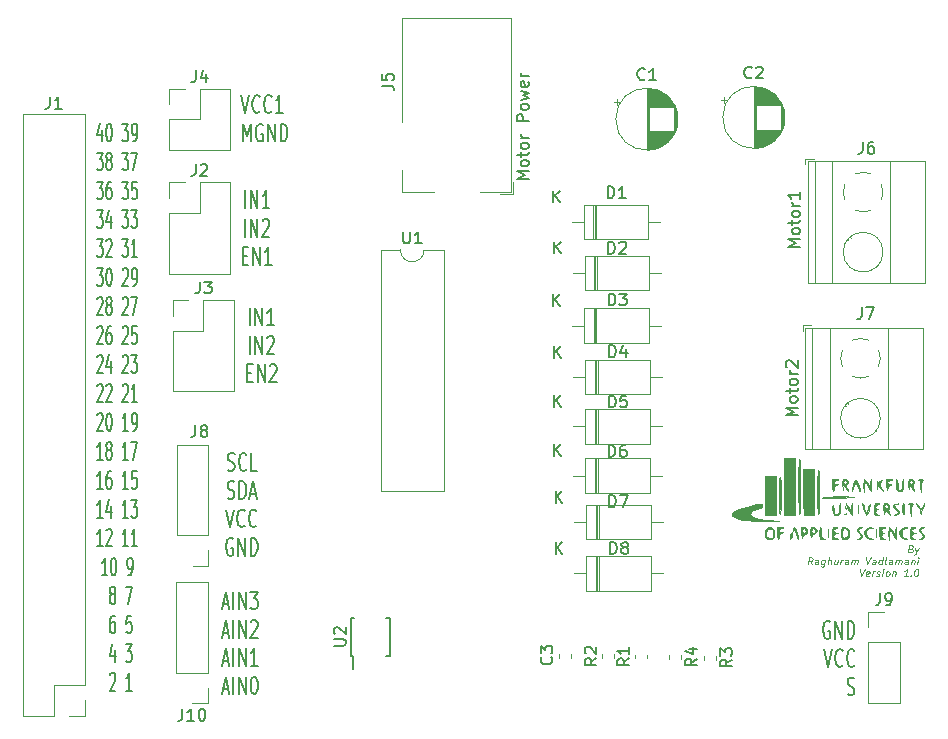
<source format=gbr>
%TF.GenerationSoftware,KiCad,Pcbnew,(5.1.6)-1*%
%TF.CreationDate,2021-05-14T12:36:34+02:00*%
%TF.ProjectId,nano1,6e616e6f-312e-46b6-9963-61645f706362,rev?*%
%TF.SameCoordinates,Original*%
%TF.FileFunction,Legend,Top*%
%TF.FilePolarity,Positive*%
%FSLAX46Y46*%
G04 Gerber Fmt 4.6, Leading zero omitted, Abs format (unit mm)*
G04 Created by KiCad (PCBNEW (5.1.6)-1) date 2021-05-14 12:36:34*
%MOMM*%
%LPD*%
G01*
G04 APERTURE LIST*
%ADD10C,0.100000*%
%ADD11C,0.150000*%
%ADD12C,0.200000*%
%ADD13C,0.010000*%
%ADD14C,0.120000*%
G04 APERTURE END LIST*
D10*
X173002901Y-82335182D02*
X173085044Y-82363754D01*
X173110044Y-82392325D01*
X173131472Y-82449468D01*
X173120758Y-82535182D01*
X173085044Y-82592325D01*
X173052901Y-82620897D01*
X172992187Y-82649468D01*
X172763615Y-82649468D01*
X172838615Y-82049468D01*
X173038615Y-82049468D01*
X173092187Y-82078040D01*
X173117187Y-82106611D01*
X173138615Y-82163754D01*
X173131472Y-82220897D01*
X173095758Y-82278040D01*
X173063615Y-82306611D01*
X173002901Y-82335182D01*
X172802901Y-82335182D01*
X173356472Y-82249468D02*
X173449330Y-82649468D01*
X173642187Y-82249468D02*
X173449330Y-82649468D01*
X173374330Y-82792325D01*
X173342187Y-82820897D01*
X173281472Y-82849468D01*
X164592187Y-83649468D02*
X164427901Y-83363754D01*
X164249330Y-83649468D02*
X164324330Y-83049468D01*
X164552901Y-83049468D01*
X164606472Y-83078040D01*
X164631472Y-83106611D01*
X164652901Y-83163754D01*
X164642187Y-83249468D01*
X164606472Y-83306611D01*
X164574330Y-83335182D01*
X164513615Y-83363754D01*
X164285044Y-83363754D01*
X165106472Y-83649468D02*
X165145758Y-83335182D01*
X165124330Y-83278040D01*
X165070758Y-83249468D01*
X164956472Y-83249468D01*
X164895758Y-83278040D01*
X165110044Y-83620897D02*
X165049330Y-83649468D01*
X164906472Y-83649468D01*
X164852901Y-83620897D01*
X164831472Y-83563754D01*
X164838615Y-83506611D01*
X164874330Y-83449468D01*
X164935044Y-83420897D01*
X165077901Y-83420897D01*
X165138615Y-83392325D01*
X165699330Y-83249468D02*
X165638615Y-83735182D01*
X165602901Y-83792325D01*
X165570758Y-83820897D01*
X165510044Y-83849468D01*
X165424330Y-83849468D01*
X165370758Y-83820897D01*
X165652901Y-83620897D02*
X165592187Y-83649468D01*
X165477901Y-83649468D01*
X165424330Y-83620897D01*
X165399330Y-83592325D01*
X165377901Y-83535182D01*
X165399330Y-83363754D01*
X165435044Y-83306611D01*
X165467187Y-83278040D01*
X165527901Y-83249468D01*
X165642187Y-83249468D01*
X165695758Y-83278040D01*
X165935044Y-83649468D02*
X166010044Y-83049468D01*
X166192187Y-83649468D02*
X166231472Y-83335182D01*
X166210044Y-83278040D01*
X166156472Y-83249468D01*
X166070758Y-83249468D01*
X166010044Y-83278040D01*
X165977901Y-83306611D01*
X166785044Y-83249468D02*
X166735044Y-83649468D01*
X166527901Y-83249468D02*
X166488615Y-83563754D01*
X166510044Y-83620897D01*
X166563615Y-83649468D01*
X166649330Y-83649468D01*
X166710044Y-83620897D01*
X166742187Y-83592325D01*
X167020758Y-83649468D02*
X167070758Y-83249468D01*
X167056472Y-83363754D02*
X167092187Y-83306611D01*
X167124330Y-83278040D01*
X167185044Y-83249468D01*
X167242187Y-83249468D01*
X167649330Y-83649468D02*
X167688615Y-83335182D01*
X167667187Y-83278040D01*
X167613615Y-83249468D01*
X167499330Y-83249468D01*
X167438615Y-83278040D01*
X167652901Y-83620897D02*
X167592187Y-83649468D01*
X167449330Y-83649468D01*
X167395758Y-83620897D01*
X167374330Y-83563754D01*
X167381472Y-83506611D01*
X167417187Y-83449468D01*
X167477901Y-83420897D01*
X167620758Y-83420897D01*
X167681472Y-83392325D01*
X167935044Y-83649468D02*
X167985044Y-83249468D01*
X167977901Y-83306611D02*
X168010044Y-83278040D01*
X168070758Y-83249468D01*
X168156472Y-83249468D01*
X168210044Y-83278040D01*
X168231472Y-83335182D01*
X168192187Y-83649468D01*
X168231472Y-83335182D02*
X168267187Y-83278040D01*
X168327901Y-83249468D01*
X168413615Y-83249468D01*
X168467187Y-83278040D01*
X168488615Y-83335182D01*
X168449330Y-83649468D01*
X169181472Y-83049468D02*
X169306472Y-83649468D01*
X169581472Y-83049468D01*
X169963615Y-83649468D02*
X170002901Y-83335182D01*
X169981472Y-83278040D01*
X169927901Y-83249468D01*
X169813615Y-83249468D01*
X169752901Y-83278040D01*
X169967187Y-83620897D02*
X169906472Y-83649468D01*
X169763615Y-83649468D01*
X169710044Y-83620897D01*
X169688615Y-83563754D01*
X169695758Y-83506611D01*
X169731472Y-83449468D01*
X169792187Y-83420897D01*
X169935044Y-83420897D01*
X169995758Y-83392325D01*
X170506472Y-83649468D02*
X170581472Y-83049468D01*
X170510044Y-83620897D02*
X170449330Y-83649468D01*
X170335044Y-83649468D01*
X170281472Y-83620897D01*
X170256472Y-83592325D01*
X170235044Y-83535182D01*
X170256472Y-83363754D01*
X170292187Y-83306611D01*
X170324330Y-83278040D01*
X170385044Y-83249468D01*
X170499330Y-83249468D01*
X170552901Y-83278040D01*
X170877901Y-83649468D02*
X170824330Y-83620897D01*
X170802901Y-83563754D01*
X170867187Y-83049468D01*
X171363615Y-83649468D02*
X171402901Y-83335182D01*
X171381472Y-83278040D01*
X171327901Y-83249468D01*
X171213615Y-83249468D01*
X171152901Y-83278040D01*
X171367187Y-83620897D02*
X171306472Y-83649468D01*
X171163615Y-83649468D01*
X171110044Y-83620897D01*
X171088615Y-83563754D01*
X171095758Y-83506611D01*
X171131472Y-83449468D01*
X171192187Y-83420897D01*
X171335044Y-83420897D01*
X171395758Y-83392325D01*
X171649330Y-83649468D02*
X171699330Y-83249468D01*
X171692187Y-83306611D02*
X171724330Y-83278040D01*
X171785044Y-83249468D01*
X171870758Y-83249468D01*
X171924330Y-83278040D01*
X171945758Y-83335182D01*
X171906472Y-83649468D01*
X171945758Y-83335182D02*
X171981472Y-83278040D01*
X172042187Y-83249468D01*
X172127901Y-83249468D01*
X172181472Y-83278040D01*
X172202901Y-83335182D01*
X172163615Y-83649468D01*
X172706472Y-83649468D02*
X172745758Y-83335182D01*
X172724330Y-83278040D01*
X172670758Y-83249468D01*
X172556472Y-83249468D01*
X172495758Y-83278040D01*
X172710044Y-83620897D02*
X172649330Y-83649468D01*
X172506472Y-83649468D01*
X172452901Y-83620897D01*
X172431472Y-83563754D01*
X172438615Y-83506611D01*
X172474330Y-83449468D01*
X172535044Y-83420897D01*
X172677901Y-83420897D01*
X172738615Y-83392325D01*
X173042187Y-83249468D02*
X172992187Y-83649468D01*
X173035044Y-83306611D02*
X173067187Y-83278040D01*
X173127901Y-83249468D01*
X173213615Y-83249468D01*
X173267187Y-83278040D01*
X173288615Y-83335182D01*
X173249330Y-83649468D01*
X173535044Y-83649468D02*
X173585044Y-83249468D01*
X173610044Y-83049468D02*
X173577901Y-83078040D01*
X173602901Y-83106611D01*
X173635044Y-83078040D01*
X173610044Y-83049468D01*
X173602901Y-83106611D01*
X168667187Y-84049468D02*
X168792187Y-84649468D01*
X169067187Y-84049468D01*
X169424330Y-84620897D02*
X169363615Y-84649468D01*
X169249330Y-84649468D01*
X169195758Y-84620897D01*
X169174330Y-84563754D01*
X169202901Y-84335182D01*
X169238615Y-84278040D01*
X169299330Y-84249468D01*
X169413615Y-84249468D01*
X169467187Y-84278040D01*
X169488615Y-84335182D01*
X169481472Y-84392325D01*
X169188615Y-84449468D01*
X169706472Y-84649468D02*
X169756472Y-84249468D01*
X169742187Y-84363754D02*
X169777901Y-84306611D01*
X169810044Y-84278040D01*
X169870758Y-84249468D01*
X169927901Y-84249468D01*
X170052901Y-84620897D02*
X170106472Y-84649468D01*
X170220758Y-84649468D01*
X170281472Y-84620897D01*
X170317187Y-84563754D01*
X170320758Y-84535182D01*
X170299330Y-84478040D01*
X170245758Y-84449468D01*
X170160044Y-84449468D01*
X170106472Y-84420897D01*
X170085044Y-84363754D01*
X170088615Y-84335182D01*
X170124330Y-84278040D01*
X170185044Y-84249468D01*
X170270758Y-84249468D01*
X170324330Y-84278040D01*
X170563615Y-84649468D02*
X170613615Y-84249468D01*
X170638615Y-84049468D02*
X170606472Y-84078040D01*
X170631472Y-84106611D01*
X170663615Y-84078040D01*
X170638615Y-84049468D01*
X170631472Y-84106611D01*
X170935044Y-84649468D02*
X170881472Y-84620897D01*
X170856472Y-84592325D01*
X170835044Y-84535182D01*
X170856472Y-84363754D01*
X170892187Y-84306611D01*
X170924330Y-84278040D01*
X170985044Y-84249468D01*
X171070758Y-84249468D01*
X171124330Y-84278040D01*
X171149330Y-84306611D01*
X171170758Y-84363754D01*
X171149330Y-84535182D01*
X171113615Y-84592325D01*
X171081472Y-84620897D01*
X171020758Y-84649468D01*
X170935044Y-84649468D01*
X171442187Y-84249468D02*
X171392187Y-84649468D01*
X171435044Y-84306611D02*
X171467187Y-84278040D01*
X171527901Y-84249468D01*
X171613615Y-84249468D01*
X171667187Y-84278040D01*
X171688615Y-84335182D01*
X171649330Y-84649468D01*
X172706472Y-84649468D02*
X172363615Y-84649468D01*
X172535044Y-84649468D02*
X172610044Y-84049468D01*
X172542187Y-84135182D01*
X172477901Y-84192325D01*
X172417187Y-84220897D01*
X172970758Y-84592325D02*
X172995758Y-84620897D01*
X172963615Y-84649468D01*
X172938615Y-84620897D01*
X172970758Y-84592325D01*
X172963615Y-84649468D01*
X173438615Y-84049468D02*
X173495758Y-84049468D01*
X173549330Y-84078040D01*
X173574330Y-84106611D01*
X173595758Y-84163754D01*
X173610044Y-84278040D01*
X173592187Y-84420897D01*
X173549330Y-84535182D01*
X173513615Y-84592325D01*
X173481472Y-84620897D01*
X173420758Y-84649468D01*
X173363615Y-84649468D01*
X173310044Y-84620897D01*
X173285044Y-84592325D01*
X173263615Y-84535182D01*
X173249330Y-84420897D01*
X173267187Y-84278040D01*
X173310044Y-84163754D01*
X173345758Y-84106611D01*
X173377901Y-84078040D01*
X173438615Y-84049468D01*
D11*
X116275818Y-43947491D02*
X116609151Y-45447491D01*
X116942484Y-43947491D01*
X117847246Y-45304634D02*
X117799627Y-45376062D01*
X117656770Y-45447491D01*
X117561532Y-45447491D01*
X117418675Y-45376062D01*
X117323437Y-45233205D01*
X117275818Y-45090348D01*
X117228199Y-44804634D01*
X117228199Y-44590348D01*
X117275818Y-44304634D01*
X117323437Y-44161777D01*
X117418675Y-44018920D01*
X117561532Y-43947491D01*
X117656770Y-43947491D01*
X117799627Y-44018920D01*
X117847246Y-44090348D01*
X118847246Y-45304634D02*
X118799627Y-45376062D01*
X118656770Y-45447491D01*
X118561532Y-45447491D01*
X118418675Y-45376062D01*
X118323437Y-45233205D01*
X118275818Y-45090348D01*
X118228199Y-44804634D01*
X118228199Y-44590348D01*
X118275818Y-44304634D01*
X118323437Y-44161777D01*
X118418675Y-44018920D01*
X118561532Y-43947491D01*
X118656770Y-43947491D01*
X118799627Y-44018920D01*
X118847246Y-44090348D01*
X119799627Y-45447491D02*
X119228199Y-45447491D01*
X119513913Y-45447491D02*
X119513913Y-43947491D01*
X119418675Y-44161777D01*
X119323437Y-44304634D01*
X119228199Y-44376062D01*
X116418675Y-47847491D02*
X116418675Y-46347491D01*
X116752008Y-47418920D01*
X117085341Y-46347491D01*
X117085341Y-47847491D01*
X118085341Y-46418920D02*
X117990103Y-46347491D01*
X117847246Y-46347491D01*
X117704389Y-46418920D01*
X117609151Y-46561777D01*
X117561532Y-46704634D01*
X117513913Y-46990348D01*
X117513913Y-47204634D01*
X117561532Y-47490348D01*
X117609151Y-47633205D01*
X117704389Y-47776062D01*
X117847246Y-47847491D01*
X117942484Y-47847491D01*
X118085341Y-47776062D01*
X118132960Y-47704634D01*
X118132960Y-47204634D01*
X117942484Y-47204634D01*
X118561532Y-47847491D02*
X118561532Y-46347491D01*
X119132960Y-47847491D01*
X119132960Y-46347491D01*
X119609151Y-47847491D02*
X119609151Y-46347491D01*
X119847246Y-46347491D01*
X119990103Y-46418920D01*
X120085341Y-46561777D01*
X120132960Y-46704634D01*
X120180580Y-46990348D01*
X120180580Y-47204634D01*
X120132960Y-47490348D01*
X120085341Y-47633205D01*
X119990103Y-47776062D01*
X119847246Y-47847491D01*
X119609151Y-47847491D01*
X166110225Y-88513520D02*
X166014987Y-88442091D01*
X165872130Y-88442091D01*
X165729273Y-88513520D01*
X165634035Y-88656377D01*
X165586416Y-88799234D01*
X165538797Y-89084948D01*
X165538797Y-89299234D01*
X165586416Y-89584948D01*
X165634035Y-89727805D01*
X165729273Y-89870662D01*
X165872130Y-89942091D01*
X165967368Y-89942091D01*
X166110225Y-89870662D01*
X166157844Y-89799234D01*
X166157844Y-89299234D01*
X165967368Y-89299234D01*
X166586416Y-89942091D02*
X166586416Y-88442091D01*
X167157844Y-89942091D01*
X167157844Y-88442091D01*
X167634035Y-89942091D02*
X167634035Y-88442091D01*
X167872130Y-88442091D01*
X168014987Y-88513520D01*
X168110225Y-88656377D01*
X168157844Y-88799234D01*
X168205463Y-89084948D01*
X168205463Y-89299234D01*
X168157844Y-89584948D01*
X168110225Y-89727805D01*
X168014987Y-89870662D01*
X167872130Y-89942091D01*
X167634035Y-89942091D01*
X165634035Y-90842091D02*
X165967368Y-92342091D01*
X166300701Y-90842091D01*
X167205463Y-92199234D02*
X167157844Y-92270662D01*
X167014987Y-92342091D01*
X166919749Y-92342091D01*
X166776892Y-92270662D01*
X166681654Y-92127805D01*
X166634035Y-91984948D01*
X166586416Y-91699234D01*
X166586416Y-91484948D01*
X166634035Y-91199234D01*
X166681654Y-91056377D01*
X166776892Y-90913520D01*
X166919749Y-90842091D01*
X167014987Y-90842091D01*
X167157844Y-90913520D01*
X167205463Y-90984948D01*
X168205463Y-92199234D02*
X168157844Y-92270662D01*
X168014987Y-92342091D01*
X167919749Y-92342091D01*
X167776892Y-92270662D01*
X167681654Y-92127805D01*
X167634035Y-91984948D01*
X167586416Y-91699234D01*
X167586416Y-91484948D01*
X167634035Y-91199234D01*
X167681654Y-91056377D01*
X167776892Y-90913520D01*
X167919749Y-90842091D01*
X168014987Y-90842091D01*
X168157844Y-90913520D01*
X168205463Y-90984948D01*
X167634035Y-94670662D02*
X167776892Y-94742091D01*
X168014987Y-94742091D01*
X168110225Y-94670662D01*
X168157844Y-94599234D01*
X168205463Y-94456377D01*
X168205463Y-94313520D01*
X168157844Y-94170662D01*
X168110225Y-94099234D01*
X168014987Y-94027805D01*
X167824511Y-93956377D01*
X167729273Y-93884948D01*
X167681654Y-93813520D01*
X167634035Y-93670662D01*
X167634035Y-93527805D01*
X167681654Y-93384948D01*
X167729273Y-93313520D01*
X167824511Y-93242091D01*
X168062606Y-93242091D01*
X168205463Y-93313520D01*
D12*
X104490681Y-46842851D02*
X104490681Y-47842851D01*
X104300205Y-46271422D02*
X104109729Y-47342851D01*
X104604967Y-47342851D01*
X105062110Y-46342851D02*
X105138300Y-46342851D01*
X105214491Y-46414280D01*
X105252586Y-46485708D01*
X105290681Y-46628565D01*
X105328777Y-46914280D01*
X105328777Y-47271422D01*
X105290681Y-47557137D01*
X105252586Y-47699994D01*
X105214491Y-47771422D01*
X105138300Y-47842851D01*
X105062110Y-47842851D01*
X104985920Y-47771422D01*
X104947824Y-47699994D01*
X104909729Y-47557137D01*
X104871634Y-47271422D01*
X104871634Y-46914280D01*
X104909729Y-46628565D01*
X104947824Y-46485708D01*
X104985920Y-46414280D01*
X105062110Y-46342851D01*
X106204967Y-46342851D02*
X106700205Y-46342851D01*
X106433539Y-46914280D01*
X106547824Y-46914280D01*
X106624015Y-46985708D01*
X106662110Y-47057137D01*
X106700205Y-47199994D01*
X106700205Y-47557137D01*
X106662110Y-47699994D01*
X106624015Y-47771422D01*
X106547824Y-47842851D01*
X106319253Y-47842851D01*
X106243062Y-47771422D01*
X106204967Y-47699994D01*
X107081158Y-47842851D02*
X107233539Y-47842851D01*
X107309729Y-47771422D01*
X107347824Y-47699994D01*
X107424015Y-47485708D01*
X107462110Y-47199994D01*
X107462110Y-46628565D01*
X107424015Y-46485708D01*
X107385920Y-46414280D01*
X107309729Y-46342851D01*
X107157348Y-46342851D01*
X107081158Y-46414280D01*
X107043062Y-46485708D01*
X107004967Y-46628565D01*
X107004967Y-46985708D01*
X107043062Y-47128565D01*
X107081158Y-47199994D01*
X107157348Y-47271422D01*
X107309729Y-47271422D01*
X107385920Y-47199994D01*
X107424015Y-47128565D01*
X107462110Y-46985708D01*
X104071634Y-48792851D02*
X104566872Y-48792851D01*
X104300205Y-49364280D01*
X104414491Y-49364280D01*
X104490681Y-49435708D01*
X104528777Y-49507137D01*
X104566872Y-49649994D01*
X104566872Y-50007137D01*
X104528777Y-50149994D01*
X104490681Y-50221422D01*
X104414491Y-50292851D01*
X104185920Y-50292851D01*
X104109729Y-50221422D01*
X104071634Y-50149994D01*
X105024015Y-49435708D02*
X104947824Y-49364280D01*
X104909729Y-49292851D01*
X104871634Y-49149994D01*
X104871634Y-49078565D01*
X104909729Y-48935708D01*
X104947824Y-48864280D01*
X105024015Y-48792851D01*
X105176396Y-48792851D01*
X105252586Y-48864280D01*
X105290681Y-48935708D01*
X105328777Y-49078565D01*
X105328777Y-49149994D01*
X105290681Y-49292851D01*
X105252586Y-49364280D01*
X105176396Y-49435708D01*
X105024015Y-49435708D01*
X104947824Y-49507137D01*
X104909729Y-49578565D01*
X104871634Y-49721422D01*
X104871634Y-50007137D01*
X104909729Y-50149994D01*
X104947824Y-50221422D01*
X105024015Y-50292851D01*
X105176396Y-50292851D01*
X105252586Y-50221422D01*
X105290681Y-50149994D01*
X105328777Y-50007137D01*
X105328777Y-49721422D01*
X105290681Y-49578565D01*
X105252586Y-49507137D01*
X105176396Y-49435708D01*
X106204967Y-48792851D02*
X106700205Y-48792851D01*
X106433539Y-49364280D01*
X106547824Y-49364280D01*
X106624015Y-49435708D01*
X106662110Y-49507137D01*
X106700205Y-49649994D01*
X106700205Y-50007137D01*
X106662110Y-50149994D01*
X106624015Y-50221422D01*
X106547824Y-50292851D01*
X106319253Y-50292851D01*
X106243062Y-50221422D01*
X106204967Y-50149994D01*
X106966872Y-48792851D02*
X107500205Y-48792851D01*
X107157348Y-50292851D01*
X104071634Y-51242851D02*
X104566872Y-51242851D01*
X104300205Y-51814280D01*
X104414491Y-51814280D01*
X104490681Y-51885708D01*
X104528777Y-51957137D01*
X104566872Y-52099994D01*
X104566872Y-52457137D01*
X104528777Y-52599994D01*
X104490681Y-52671422D01*
X104414491Y-52742851D01*
X104185920Y-52742851D01*
X104109729Y-52671422D01*
X104071634Y-52599994D01*
X105252586Y-51242851D02*
X105100205Y-51242851D01*
X105024015Y-51314280D01*
X104985920Y-51385708D01*
X104909729Y-51599994D01*
X104871634Y-51885708D01*
X104871634Y-52457137D01*
X104909729Y-52599994D01*
X104947824Y-52671422D01*
X105024015Y-52742851D01*
X105176396Y-52742851D01*
X105252586Y-52671422D01*
X105290681Y-52599994D01*
X105328777Y-52457137D01*
X105328777Y-52099994D01*
X105290681Y-51957137D01*
X105252586Y-51885708D01*
X105176396Y-51814280D01*
X105024015Y-51814280D01*
X104947824Y-51885708D01*
X104909729Y-51957137D01*
X104871634Y-52099994D01*
X106204967Y-51242851D02*
X106700205Y-51242851D01*
X106433539Y-51814280D01*
X106547824Y-51814280D01*
X106624015Y-51885708D01*
X106662110Y-51957137D01*
X106700205Y-52099994D01*
X106700205Y-52457137D01*
X106662110Y-52599994D01*
X106624015Y-52671422D01*
X106547824Y-52742851D01*
X106319253Y-52742851D01*
X106243062Y-52671422D01*
X106204967Y-52599994D01*
X107424015Y-51242851D02*
X107043062Y-51242851D01*
X107004967Y-51957137D01*
X107043062Y-51885708D01*
X107119253Y-51814280D01*
X107309729Y-51814280D01*
X107385920Y-51885708D01*
X107424015Y-51957137D01*
X107462110Y-52099994D01*
X107462110Y-52457137D01*
X107424015Y-52599994D01*
X107385920Y-52671422D01*
X107309729Y-52742851D01*
X107119253Y-52742851D01*
X107043062Y-52671422D01*
X107004967Y-52599994D01*
X104071634Y-53692851D02*
X104566872Y-53692851D01*
X104300205Y-54264280D01*
X104414491Y-54264280D01*
X104490681Y-54335708D01*
X104528777Y-54407137D01*
X104566872Y-54549994D01*
X104566872Y-54907137D01*
X104528777Y-55049994D01*
X104490681Y-55121422D01*
X104414491Y-55192851D01*
X104185920Y-55192851D01*
X104109729Y-55121422D01*
X104071634Y-55049994D01*
X105252586Y-54192851D02*
X105252586Y-55192851D01*
X105062110Y-53621422D02*
X104871634Y-54692851D01*
X105366872Y-54692851D01*
X106204967Y-53692851D02*
X106700205Y-53692851D01*
X106433539Y-54264280D01*
X106547824Y-54264280D01*
X106624015Y-54335708D01*
X106662110Y-54407137D01*
X106700205Y-54549994D01*
X106700205Y-54907137D01*
X106662110Y-55049994D01*
X106624015Y-55121422D01*
X106547824Y-55192851D01*
X106319253Y-55192851D01*
X106243062Y-55121422D01*
X106204967Y-55049994D01*
X106966872Y-53692851D02*
X107462110Y-53692851D01*
X107195443Y-54264280D01*
X107309729Y-54264280D01*
X107385920Y-54335708D01*
X107424015Y-54407137D01*
X107462110Y-54549994D01*
X107462110Y-54907137D01*
X107424015Y-55049994D01*
X107385920Y-55121422D01*
X107309729Y-55192851D01*
X107081158Y-55192851D01*
X107004967Y-55121422D01*
X106966872Y-55049994D01*
X104071634Y-56142851D02*
X104566872Y-56142851D01*
X104300205Y-56714280D01*
X104414491Y-56714280D01*
X104490681Y-56785708D01*
X104528777Y-56857137D01*
X104566872Y-56999994D01*
X104566872Y-57357137D01*
X104528777Y-57499994D01*
X104490681Y-57571422D01*
X104414491Y-57642851D01*
X104185920Y-57642851D01*
X104109729Y-57571422D01*
X104071634Y-57499994D01*
X104871634Y-56285708D02*
X104909729Y-56214280D01*
X104985920Y-56142851D01*
X105176396Y-56142851D01*
X105252586Y-56214280D01*
X105290681Y-56285708D01*
X105328777Y-56428565D01*
X105328777Y-56571422D01*
X105290681Y-56785708D01*
X104833539Y-57642851D01*
X105328777Y-57642851D01*
X106204967Y-56142851D02*
X106700205Y-56142851D01*
X106433539Y-56714280D01*
X106547824Y-56714280D01*
X106624015Y-56785708D01*
X106662110Y-56857137D01*
X106700205Y-56999994D01*
X106700205Y-57357137D01*
X106662110Y-57499994D01*
X106624015Y-57571422D01*
X106547824Y-57642851D01*
X106319253Y-57642851D01*
X106243062Y-57571422D01*
X106204967Y-57499994D01*
X107462110Y-57642851D02*
X107004967Y-57642851D01*
X107233539Y-57642851D02*
X107233539Y-56142851D01*
X107157348Y-56357137D01*
X107081158Y-56499994D01*
X107004967Y-56571422D01*
X104071634Y-58592851D02*
X104566872Y-58592851D01*
X104300205Y-59164280D01*
X104414491Y-59164280D01*
X104490681Y-59235708D01*
X104528777Y-59307137D01*
X104566872Y-59449994D01*
X104566872Y-59807137D01*
X104528777Y-59949994D01*
X104490681Y-60021422D01*
X104414491Y-60092851D01*
X104185920Y-60092851D01*
X104109729Y-60021422D01*
X104071634Y-59949994D01*
X105062110Y-58592851D02*
X105138300Y-58592851D01*
X105214491Y-58664280D01*
X105252586Y-58735708D01*
X105290681Y-58878565D01*
X105328777Y-59164280D01*
X105328777Y-59521422D01*
X105290681Y-59807137D01*
X105252586Y-59949994D01*
X105214491Y-60021422D01*
X105138300Y-60092851D01*
X105062110Y-60092851D01*
X104985920Y-60021422D01*
X104947824Y-59949994D01*
X104909729Y-59807137D01*
X104871634Y-59521422D01*
X104871634Y-59164280D01*
X104909729Y-58878565D01*
X104947824Y-58735708D01*
X104985920Y-58664280D01*
X105062110Y-58592851D01*
X106243062Y-58735708D02*
X106281158Y-58664280D01*
X106357348Y-58592851D01*
X106547824Y-58592851D01*
X106624015Y-58664280D01*
X106662110Y-58735708D01*
X106700205Y-58878565D01*
X106700205Y-59021422D01*
X106662110Y-59235708D01*
X106204967Y-60092851D01*
X106700205Y-60092851D01*
X107081158Y-60092851D02*
X107233539Y-60092851D01*
X107309729Y-60021422D01*
X107347824Y-59949994D01*
X107424015Y-59735708D01*
X107462110Y-59449994D01*
X107462110Y-58878565D01*
X107424015Y-58735708D01*
X107385920Y-58664280D01*
X107309729Y-58592851D01*
X107157348Y-58592851D01*
X107081158Y-58664280D01*
X107043062Y-58735708D01*
X107004967Y-58878565D01*
X107004967Y-59235708D01*
X107043062Y-59378565D01*
X107081158Y-59449994D01*
X107157348Y-59521422D01*
X107309729Y-59521422D01*
X107385920Y-59449994D01*
X107424015Y-59378565D01*
X107462110Y-59235708D01*
X104109729Y-61185708D02*
X104147824Y-61114280D01*
X104224015Y-61042851D01*
X104414491Y-61042851D01*
X104490681Y-61114280D01*
X104528777Y-61185708D01*
X104566872Y-61328565D01*
X104566872Y-61471422D01*
X104528777Y-61685708D01*
X104071634Y-62542851D01*
X104566872Y-62542851D01*
X105024015Y-61685708D02*
X104947824Y-61614280D01*
X104909729Y-61542851D01*
X104871634Y-61399994D01*
X104871634Y-61328565D01*
X104909729Y-61185708D01*
X104947824Y-61114280D01*
X105024015Y-61042851D01*
X105176396Y-61042851D01*
X105252586Y-61114280D01*
X105290681Y-61185708D01*
X105328777Y-61328565D01*
X105328777Y-61399994D01*
X105290681Y-61542851D01*
X105252586Y-61614280D01*
X105176396Y-61685708D01*
X105024015Y-61685708D01*
X104947824Y-61757137D01*
X104909729Y-61828565D01*
X104871634Y-61971422D01*
X104871634Y-62257137D01*
X104909729Y-62399994D01*
X104947824Y-62471422D01*
X105024015Y-62542851D01*
X105176396Y-62542851D01*
X105252586Y-62471422D01*
X105290681Y-62399994D01*
X105328777Y-62257137D01*
X105328777Y-61971422D01*
X105290681Y-61828565D01*
X105252586Y-61757137D01*
X105176396Y-61685708D01*
X106243062Y-61185708D02*
X106281158Y-61114280D01*
X106357348Y-61042851D01*
X106547824Y-61042851D01*
X106624015Y-61114280D01*
X106662110Y-61185708D01*
X106700205Y-61328565D01*
X106700205Y-61471422D01*
X106662110Y-61685708D01*
X106204967Y-62542851D01*
X106700205Y-62542851D01*
X106966872Y-61042851D02*
X107500205Y-61042851D01*
X107157348Y-62542851D01*
X104109729Y-63635708D02*
X104147824Y-63564280D01*
X104224015Y-63492851D01*
X104414491Y-63492851D01*
X104490681Y-63564280D01*
X104528777Y-63635708D01*
X104566872Y-63778565D01*
X104566872Y-63921422D01*
X104528777Y-64135708D01*
X104071634Y-64992851D01*
X104566872Y-64992851D01*
X105252586Y-63492851D02*
X105100205Y-63492851D01*
X105024015Y-63564280D01*
X104985920Y-63635708D01*
X104909729Y-63849994D01*
X104871634Y-64135708D01*
X104871634Y-64707137D01*
X104909729Y-64849994D01*
X104947824Y-64921422D01*
X105024015Y-64992851D01*
X105176396Y-64992851D01*
X105252586Y-64921422D01*
X105290681Y-64849994D01*
X105328777Y-64707137D01*
X105328777Y-64349994D01*
X105290681Y-64207137D01*
X105252586Y-64135708D01*
X105176396Y-64064280D01*
X105024015Y-64064280D01*
X104947824Y-64135708D01*
X104909729Y-64207137D01*
X104871634Y-64349994D01*
X106243062Y-63635708D02*
X106281158Y-63564280D01*
X106357348Y-63492851D01*
X106547824Y-63492851D01*
X106624015Y-63564280D01*
X106662110Y-63635708D01*
X106700205Y-63778565D01*
X106700205Y-63921422D01*
X106662110Y-64135708D01*
X106204967Y-64992851D01*
X106700205Y-64992851D01*
X107424015Y-63492851D02*
X107043062Y-63492851D01*
X107004967Y-64207137D01*
X107043062Y-64135708D01*
X107119253Y-64064280D01*
X107309729Y-64064280D01*
X107385920Y-64135708D01*
X107424015Y-64207137D01*
X107462110Y-64349994D01*
X107462110Y-64707137D01*
X107424015Y-64849994D01*
X107385920Y-64921422D01*
X107309729Y-64992851D01*
X107119253Y-64992851D01*
X107043062Y-64921422D01*
X107004967Y-64849994D01*
X104109729Y-66085708D02*
X104147824Y-66014280D01*
X104224015Y-65942851D01*
X104414491Y-65942851D01*
X104490681Y-66014280D01*
X104528777Y-66085708D01*
X104566872Y-66228565D01*
X104566872Y-66371422D01*
X104528777Y-66585708D01*
X104071634Y-67442851D01*
X104566872Y-67442851D01*
X105252586Y-66442851D02*
X105252586Y-67442851D01*
X105062110Y-65871422D02*
X104871634Y-66942851D01*
X105366872Y-66942851D01*
X106243062Y-66085708D02*
X106281158Y-66014280D01*
X106357348Y-65942851D01*
X106547824Y-65942851D01*
X106624015Y-66014280D01*
X106662110Y-66085708D01*
X106700205Y-66228565D01*
X106700205Y-66371422D01*
X106662110Y-66585708D01*
X106204967Y-67442851D01*
X106700205Y-67442851D01*
X106966872Y-65942851D02*
X107462110Y-65942851D01*
X107195443Y-66514280D01*
X107309729Y-66514280D01*
X107385920Y-66585708D01*
X107424015Y-66657137D01*
X107462110Y-66799994D01*
X107462110Y-67157137D01*
X107424015Y-67299994D01*
X107385920Y-67371422D01*
X107309729Y-67442851D01*
X107081158Y-67442851D01*
X107004967Y-67371422D01*
X106966872Y-67299994D01*
X104109729Y-68535708D02*
X104147824Y-68464280D01*
X104224015Y-68392851D01*
X104414491Y-68392851D01*
X104490681Y-68464280D01*
X104528777Y-68535708D01*
X104566872Y-68678565D01*
X104566872Y-68821422D01*
X104528777Y-69035708D01*
X104071634Y-69892851D01*
X104566872Y-69892851D01*
X104871634Y-68535708D02*
X104909729Y-68464280D01*
X104985920Y-68392851D01*
X105176396Y-68392851D01*
X105252586Y-68464280D01*
X105290681Y-68535708D01*
X105328777Y-68678565D01*
X105328777Y-68821422D01*
X105290681Y-69035708D01*
X104833539Y-69892851D01*
X105328777Y-69892851D01*
X106243062Y-68535708D02*
X106281158Y-68464280D01*
X106357348Y-68392851D01*
X106547824Y-68392851D01*
X106624015Y-68464280D01*
X106662110Y-68535708D01*
X106700205Y-68678565D01*
X106700205Y-68821422D01*
X106662110Y-69035708D01*
X106204967Y-69892851D01*
X106700205Y-69892851D01*
X107462110Y-69892851D02*
X107004967Y-69892851D01*
X107233539Y-69892851D02*
X107233539Y-68392851D01*
X107157348Y-68607137D01*
X107081158Y-68749994D01*
X107004967Y-68821422D01*
X104109729Y-70985708D02*
X104147824Y-70914280D01*
X104224015Y-70842851D01*
X104414491Y-70842851D01*
X104490681Y-70914280D01*
X104528777Y-70985708D01*
X104566872Y-71128565D01*
X104566872Y-71271422D01*
X104528777Y-71485708D01*
X104071634Y-72342851D01*
X104566872Y-72342851D01*
X105062110Y-70842851D02*
X105138300Y-70842851D01*
X105214491Y-70914280D01*
X105252586Y-70985708D01*
X105290681Y-71128565D01*
X105328777Y-71414280D01*
X105328777Y-71771422D01*
X105290681Y-72057137D01*
X105252586Y-72199994D01*
X105214491Y-72271422D01*
X105138300Y-72342851D01*
X105062110Y-72342851D01*
X104985920Y-72271422D01*
X104947824Y-72199994D01*
X104909729Y-72057137D01*
X104871634Y-71771422D01*
X104871634Y-71414280D01*
X104909729Y-71128565D01*
X104947824Y-70985708D01*
X104985920Y-70914280D01*
X105062110Y-70842851D01*
X106700205Y-72342851D02*
X106243062Y-72342851D01*
X106471634Y-72342851D02*
X106471634Y-70842851D01*
X106395443Y-71057137D01*
X106319253Y-71199994D01*
X106243062Y-71271422D01*
X107081158Y-72342851D02*
X107233539Y-72342851D01*
X107309729Y-72271422D01*
X107347824Y-72199994D01*
X107424015Y-71985708D01*
X107462110Y-71699994D01*
X107462110Y-71128565D01*
X107424015Y-70985708D01*
X107385920Y-70914280D01*
X107309729Y-70842851D01*
X107157348Y-70842851D01*
X107081158Y-70914280D01*
X107043062Y-70985708D01*
X107004967Y-71128565D01*
X107004967Y-71485708D01*
X107043062Y-71628565D01*
X107081158Y-71699994D01*
X107157348Y-71771422D01*
X107309729Y-71771422D01*
X107385920Y-71699994D01*
X107424015Y-71628565D01*
X107462110Y-71485708D01*
X104566872Y-74792851D02*
X104109729Y-74792851D01*
X104338300Y-74792851D02*
X104338300Y-73292851D01*
X104262110Y-73507137D01*
X104185920Y-73649994D01*
X104109729Y-73721422D01*
X105024015Y-73935708D02*
X104947824Y-73864280D01*
X104909729Y-73792851D01*
X104871634Y-73649994D01*
X104871634Y-73578565D01*
X104909729Y-73435708D01*
X104947824Y-73364280D01*
X105024015Y-73292851D01*
X105176396Y-73292851D01*
X105252586Y-73364280D01*
X105290681Y-73435708D01*
X105328777Y-73578565D01*
X105328777Y-73649994D01*
X105290681Y-73792851D01*
X105252586Y-73864280D01*
X105176396Y-73935708D01*
X105024015Y-73935708D01*
X104947824Y-74007137D01*
X104909729Y-74078565D01*
X104871634Y-74221422D01*
X104871634Y-74507137D01*
X104909729Y-74649994D01*
X104947824Y-74721422D01*
X105024015Y-74792851D01*
X105176396Y-74792851D01*
X105252586Y-74721422D01*
X105290681Y-74649994D01*
X105328777Y-74507137D01*
X105328777Y-74221422D01*
X105290681Y-74078565D01*
X105252586Y-74007137D01*
X105176396Y-73935708D01*
X106700205Y-74792851D02*
X106243062Y-74792851D01*
X106471634Y-74792851D02*
X106471634Y-73292851D01*
X106395443Y-73507137D01*
X106319253Y-73649994D01*
X106243062Y-73721422D01*
X106966872Y-73292851D02*
X107500205Y-73292851D01*
X107157348Y-74792851D01*
X104566872Y-77242851D02*
X104109729Y-77242851D01*
X104338300Y-77242851D02*
X104338300Y-75742851D01*
X104262110Y-75957137D01*
X104185920Y-76099994D01*
X104109729Y-76171422D01*
X105252586Y-75742851D02*
X105100205Y-75742851D01*
X105024015Y-75814280D01*
X104985920Y-75885708D01*
X104909729Y-76099994D01*
X104871634Y-76385708D01*
X104871634Y-76957137D01*
X104909729Y-77099994D01*
X104947824Y-77171422D01*
X105024015Y-77242851D01*
X105176396Y-77242851D01*
X105252586Y-77171422D01*
X105290681Y-77099994D01*
X105328777Y-76957137D01*
X105328777Y-76599994D01*
X105290681Y-76457137D01*
X105252586Y-76385708D01*
X105176396Y-76314280D01*
X105024015Y-76314280D01*
X104947824Y-76385708D01*
X104909729Y-76457137D01*
X104871634Y-76599994D01*
X106700205Y-77242851D02*
X106243062Y-77242851D01*
X106471634Y-77242851D02*
X106471634Y-75742851D01*
X106395443Y-75957137D01*
X106319253Y-76099994D01*
X106243062Y-76171422D01*
X107424015Y-75742851D02*
X107043062Y-75742851D01*
X107004967Y-76457137D01*
X107043062Y-76385708D01*
X107119253Y-76314280D01*
X107309729Y-76314280D01*
X107385920Y-76385708D01*
X107424015Y-76457137D01*
X107462110Y-76599994D01*
X107462110Y-76957137D01*
X107424015Y-77099994D01*
X107385920Y-77171422D01*
X107309729Y-77242851D01*
X107119253Y-77242851D01*
X107043062Y-77171422D01*
X107004967Y-77099994D01*
X104566872Y-79692851D02*
X104109729Y-79692851D01*
X104338300Y-79692851D02*
X104338300Y-78192851D01*
X104262110Y-78407137D01*
X104185920Y-78549994D01*
X104109729Y-78621422D01*
X105252586Y-78692851D02*
X105252586Y-79692851D01*
X105062110Y-78121422D02*
X104871634Y-79192851D01*
X105366872Y-79192851D01*
X106700205Y-79692851D02*
X106243062Y-79692851D01*
X106471634Y-79692851D02*
X106471634Y-78192851D01*
X106395443Y-78407137D01*
X106319253Y-78549994D01*
X106243062Y-78621422D01*
X106966872Y-78192851D02*
X107462110Y-78192851D01*
X107195443Y-78764280D01*
X107309729Y-78764280D01*
X107385920Y-78835708D01*
X107424015Y-78907137D01*
X107462110Y-79049994D01*
X107462110Y-79407137D01*
X107424015Y-79549994D01*
X107385920Y-79621422D01*
X107309729Y-79692851D01*
X107081158Y-79692851D01*
X107004967Y-79621422D01*
X106966872Y-79549994D01*
X104566872Y-82142851D02*
X104109729Y-82142851D01*
X104338300Y-82142851D02*
X104338300Y-80642851D01*
X104262110Y-80857137D01*
X104185920Y-80999994D01*
X104109729Y-81071422D01*
X104871634Y-80785708D02*
X104909729Y-80714280D01*
X104985920Y-80642851D01*
X105176396Y-80642851D01*
X105252586Y-80714280D01*
X105290681Y-80785708D01*
X105328777Y-80928565D01*
X105328777Y-81071422D01*
X105290681Y-81285708D01*
X104833539Y-82142851D01*
X105328777Y-82142851D01*
X106700205Y-82142851D02*
X106243062Y-82142851D01*
X106471634Y-82142851D02*
X106471634Y-80642851D01*
X106395443Y-80857137D01*
X106319253Y-80999994D01*
X106243062Y-81071422D01*
X107462110Y-82142851D02*
X107004967Y-82142851D01*
X107233539Y-82142851D02*
X107233539Y-80642851D01*
X107157348Y-80857137D01*
X107081158Y-80999994D01*
X107004967Y-81071422D01*
X104947824Y-84592851D02*
X104490681Y-84592851D01*
X104719253Y-84592851D02*
X104719253Y-83092851D01*
X104643062Y-83307137D01*
X104566872Y-83449994D01*
X104490681Y-83521422D01*
X105443062Y-83092851D02*
X105519253Y-83092851D01*
X105595443Y-83164280D01*
X105633539Y-83235708D01*
X105671634Y-83378565D01*
X105709729Y-83664280D01*
X105709729Y-84021422D01*
X105671634Y-84307137D01*
X105633539Y-84449994D01*
X105595443Y-84521422D01*
X105519253Y-84592851D01*
X105443062Y-84592851D01*
X105366872Y-84521422D01*
X105328777Y-84449994D01*
X105290681Y-84307137D01*
X105252586Y-84021422D01*
X105252586Y-83664280D01*
X105290681Y-83378565D01*
X105328777Y-83235708D01*
X105366872Y-83164280D01*
X105443062Y-83092851D01*
X106700205Y-84592851D02*
X106852586Y-84592851D01*
X106928777Y-84521422D01*
X106966872Y-84449994D01*
X107043062Y-84235708D01*
X107081158Y-83949994D01*
X107081158Y-83378565D01*
X107043062Y-83235708D01*
X107004967Y-83164280D01*
X106928777Y-83092851D01*
X106776396Y-83092851D01*
X106700205Y-83164280D01*
X106662110Y-83235708D01*
X106624015Y-83378565D01*
X106624015Y-83735708D01*
X106662110Y-83878565D01*
X106700205Y-83949994D01*
X106776396Y-84021422D01*
X106928777Y-84021422D01*
X107004967Y-83949994D01*
X107043062Y-83878565D01*
X107081158Y-83735708D01*
X105328777Y-86185708D02*
X105252586Y-86114280D01*
X105214491Y-86042851D01*
X105176396Y-85899994D01*
X105176396Y-85828565D01*
X105214491Y-85685708D01*
X105252586Y-85614280D01*
X105328777Y-85542851D01*
X105481158Y-85542851D01*
X105557348Y-85614280D01*
X105595443Y-85685708D01*
X105633539Y-85828565D01*
X105633539Y-85899994D01*
X105595443Y-86042851D01*
X105557348Y-86114280D01*
X105481158Y-86185708D01*
X105328777Y-86185708D01*
X105252586Y-86257137D01*
X105214491Y-86328565D01*
X105176396Y-86471422D01*
X105176396Y-86757137D01*
X105214491Y-86899994D01*
X105252586Y-86971422D01*
X105328777Y-87042851D01*
X105481158Y-87042851D01*
X105557348Y-86971422D01*
X105595443Y-86899994D01*
X105633539Y-86757137D01*
X105633539Y-86471422D01*
X105595443Y-86328565D01*
X105557348Y-86257137D01*
X105481158Y-86185708D01*
X106509729Y-85542851D02*
X107043062Y-85542851D01*
X106700205Y-87042851D01*
X105557348Y-87992851D02*
X105404967Y-87992851D01*
X105328777Y-88064280D01*
X105290681Y-88135708D01*
X105214491Y-88349994D01*
X105176396Y-88635708D01*
X105176396Y-89207137D01*
X105214491Y-89349994D01*
X105252586Y-89421422D01*
X105328777Y-89492851D01*
X105481158Y-89492851D01*
X105557348Y-89421422D01*
X105595443Y-89349994D01*
X105633539Y-89207137D01*
X105633539Y-88849994D01*
X105595443Y-88707137D01*
X105557348Y-88635708D01*
X105481158Y-88564280D01*
X105328777Y-88564280D01*
X105252586Y-88635708D01*
X105214491Y-88707137D01*
X105176396Y-88849994D01*
X106966872Y-87992851D02*
X106585920Y-87992851D01*
X106547824Y-88707137D01*
X106585920Y-88635708D01*
X106662110Y-88564280D01*
X106852586Y-88564280D01*
X106928777Y-88635708D01*
X106966872Y-88707137D01*
X107004967Y-88849994D01*
X107004967Y-89207137D01*
X106966872Y-89349994D01*
X106928777Y-89421422D01*
X106852586Y-89492851D01*
X106662110Y-89492851D01*
X106585920Y-89421422D01*
X106547824Y-89349994D01*
X105557348Y-90942851D02*
X105557348Y-91942851D01*
X105366872Y-90371422D02*
X105176396Y-91442851D01*
X105671634Y-91442851D01*
X106509729Y-90442851D02*
X107004967Y-90442851D01*
X106738300Y-91014280D01*
X106852586Y-91014280D01*
X106928777Y-91085708D01*
X106966872Y-91157137D01*
X107004967Y-91299994D01*
X107004967Y-91657137D01*
X106966872Y-91799994D01*
X106928777Y-91871422D01*
X106852586Y-91942851D01*
X106624015Y-91942851D01*
X106547824Y-91871422D01*
X106509729Y-91799994D01*
X105176396Y-93035708D02*
X105214491Y-92964280D01*
X105290681Y-92892851D01*
X105481158Y-92892851D01*
X105557348Y-92964280D01*
X105595443Y-93035708D01*
X105633539Y-93178565D01*
X105633539Y-93321422D01*
X105595443Y-93535708D01*
X105138300Y-94392851D01*
X105633539Y-94392851D01*
X107004967Y-94392851D02*
X106547824Y-94392851D01*
X106776396Y-94392851D02*
X106776396Y-92892851D01*
X106700205Y-93107137D01*
X106624015Y-93249994D01*
X106547824Y-93321422D01*
D11*
X114713569Y-87033360D02*
X115189760Y-87033360D01*
X114618331Y-87461931D02*
X114951664Y-85961931D01*
X115284998Y-87461931D01*
X115618331Y-87461931D02*
X115618331Y-85961931D01*
X116094521Y-87461931D02*
X116094521Y-85961931D01*
X116665950Y-87461931D01*
X116665950Y-85961931D01*
X117046902Y-85961931D02*
X117665950Y-85961931D01*
X117332617Y-86533360D01*
X117475474Y-86533360D01*
X117570712Y-86604788D01*
X117618331Y-86676217D01*
X117665950Y-86819074D01*
X117665950Y-87176217D01*
X117618331Y-87319074D01*
X117570712Y-87390502D01*
X117475474Y-87461931D01*
X117189760Y-87461931D01*
X117094521Y-87390502D01*
X117046902Y-87319074D01*
X114713569Y-89433360D02*
X115189760Y-89433360D01*
X114618331Y-89861931D02*
X114951664Y-88361931D01*
X115284998Y-89861931D01*
X115618331Y-89861931D02*
X115618331Y-88361931D01*
X116094521Y-89861931D02*
X116094521Y-88361931D01*
X116665950Y-89861931D01*
X116665950Y-88361931D01*
X117094521Y-88504788D02*
X117142140Y-88433360D01*
X117237379Y-88361931D01*
X117475474Y-88361931D01*
X117570712Y-88433360D01*
X117618331Y-88504788D01*
X117665950Y-88647645D01*
X117665950Y-88790502D01*
X117618331Y-89004788D01*
X117046902Y-89861931D01*
X117665950Y-89861931D01*
X114713569Y-91833360D02*
X115189760Y-91833360D01*
X114618331Y-92261931D02*
X114951664Y-90761931D01*
X115284998Y-92261931D01*
X115618331Y-92261931D02*
X115618331Y-90761931D01*
X116094521Y-92261931D02*
X116094521Y-90761931D01*
X116665950Y-92261931D01*
X116665950Y-90761931D01*
X117665950Y-92261931D02*
X117094521Y-92261931D01*
X117380236Y-92261931D02*
X117380236Y-90761931D01*
X117284998Y-90976217D01*
X117189760Y-91119074D01*
X117094521Y-91190502D01*
X114713569Y-94233360D02*
X115189760Y-94233360D01*
X114618331Y-94661931D02*
X114951664Y-93161931D01*
X115284998Y-94661931D01*
X115618331Y-94661931D02*
X115618331Y-93161931D01*
X116094521Y-94661931D02*
X116094521Y-93161931D01*
X116665950Y-94661931D01*
X116665950Y-93161931D01*
X117332617Y-93161931D02*
X117427855Y-93161931D01*
X117523093Y-93233360D01*
X117570712Y-93304788D01*
X117618331Y-93447645D01*
X117665950Y-93733360D01*
X117665950Y-94090502D01*
X117618331Y-94376217D01*
X117570712Y-94519074D01*
X117523093Y-94590502D01*
X117427855Y-94661931D01*
X117332617Y-94661931D01*
X117237379Y-94590502D01*
X117189760Y-94519074D01*
X117142140Y-94376217D01*
X117094521Y-94090502D01*
X117094521Y-93733360D01*
X117142140Y-93447645D01*
X117189760Y-93304788D01*
X117237379Y-93233360D01*
X117332617Y-93161931D01*
X115146603Y-75645542D02*
X115289460Y-75716971D01*
X115527556Y-75716971D01*
X115622794Y-75645542D01*
X115670413Y-75574114D01*
X115718032Y-75431257D01*
X115718032Y-75288400D01*
X115670413Y-75145542D01*
X115622794Y-75074114D01*
X115527556Y-75002685D01*
X115337080Y-74931257D01*
X115241841Y-74859828D01*
X115194222Y-74788400D01*
X115146603Y-74645542D01*
X115146603Y-74502685D01*
X115194222Y-74359828D01*
X115241841Y-74288400D01*
X115337080Y-74216971D01*
X115575175Y-74216971D01*
X115718032Y-74288400D01*
X116718032Y-75574114D02*
X116670413Y-75645542D01*
X116527556Y-75716971D01*
X116432318Y-75716971D01*
X116289460Y-75645542D01*
X116194222Y-75502685D01*
X116146603Y-75359828D01*
X116098984Y-75074114D01*
X116098984Y-74859828D01*
X116146603Y-74574114D01*
X116194222Y-74431257D01*
X116289460Y-74288400D01*
X116432318Y-74216971D01*
X116527556Y-74216971D01*
X116670413Y-74288400D01*
X116718032Y-74359828D01*
X117622794Y-75716971D02*
X117146603Y-75716971D01*
X117146603Y-74216971D01*
X115122794Y-78045542D02*
X115265651Y-78116971D01*
X115503746Y-78116971D01*
X115598984Y-78045542D01*
X115646603Y-77974114D01*
X115694222Y-77831257D01*
X115694222Y-77688400D01*
X115646603Y-77545542D01*
X115598984Y-77474114D01*
X115503746Y-77402685D01*
X115313270Y-77331257D01*
X115218032Y-77259828D01*
X115170413Y-77188400D01*
X115122794Y-77045542D01*
X115122794Y-76902685D01*
X115170413Y-76759828D01*
X115218032Y-76688400D01*
X115313270Y-76616971D01*
X115551365Y-76616971D01*
X115694222Y-76688400D01*
X116122794Y-78116971D02*
X116122794Y-76616971D01*
X116360889Y-76616971D01*
X116503746Y-76688400D01*
X116598984Y-76831257D01*
X116646603Y-76974114D01*
X116694222Y-77259828D01*
X116694222Y-77474114D01*
X116646603Y-77759828D01*
X116598984Y-77902685D01*
X116503746Y-78045542D01*
X116360889Y-78116971D01*
X116122794Y-78116971D01*
X117075175Y-77688400D02*
X117551365Y-77688400D01*
X116979937Y-78116971D02*
X117313270Y-76616971D01*
X117646603Y-78116971D01*
X115003746Y-79016971D02*
X115337080Y-80516971D01*
X115670413Y-79016971D01*
X116575175Y-80374114D02*
X116527556Y-80445542D01*
X116384699Y-80516971D01*
X116289460Y-80516971D01*
X116146603Y-80445542D01*
X116051365Y-80302685D01*
X116003746Y-80159828D01*
X115956127Y-79874114D01*
X115956127Y-79659828D01*
X116003746Y-79374114D01*
X116051365Y-79231257D01*
X116146603Y-79088400D01*
X116289460Y-79016971D01*
X116384699Y-79016971D01*
X116527556Y-79088400D01*
X116575175Y-79159828D01*
X117575175Y-80374114D02*
X117527556Y-80445542D01*
X117384699Y-80516971D01*
X117289460Y-80516971D01*
X117146603Y-80445542D01*
X117051365Y-80302685D01*
X117003746Y-80159828D01*
X116956127Y-79874114D01*
X116956127Y-79659828D01*
X117003746Y-79374114D01*
X117051365Y-79231257D01*
X117146603Y-79088400D01*
X117289460Y-79016971D01*
X117384699Y-79016971D01*
X117527556Y-79088400D01*
X117575175Y-79159828D01*
X115575175Y-81488400D02*
X115479937Y-81416971D01*
X115337080Y-81416971D01*
X115194222Y-81488400D01*
X115098984Y-81631257D01*
X115051365Y-81774114D01*
X115003746Y-82059828D01*
X115003746Y-82274114D01*
X115051365Y-82559828D01*
X115098984Y-82702685D01*
X115194222Y-82845542D01*
X115337080Y-82916971D01*
X115432318Y-82916971D01*
X115575175Y-82845542D01*
X115622794Y-82774114D01*
X115622794Y-82274114D01*
X115432318Y-82274114D01*
X116051365Y-82916971D02*
X116051365Y-81416971D01*
X116622794Y-82916971D01*
X116622794Y-81416971D01*
X117098984Y-82916971D02*
X117098984Y-81416971D01*
X117337080Y-81416971D01*
X117479937Y-81488400D01*
X117575175Y-81631257D01*
X117622794Y-81774114D01*
X117670413Y-82059828D01*
X117670413Y-82274114D01*
X117622794Y-82559828D01*
X117575175Y-82702685D01*
X117479937Y-82845542D01*
X117337080Y-82916971D01*
X117098984Y-82916971D01*
X117013480Y-63424491D02*
X117013480Y-61924491D01*
X117489670Y-63424491D02*
X117489670Y-61924491D01*
X118061099Y-63424491D01*
X118061099Y-61924491D01*
X119061099Y-63424491D02*
X118489670Y-63424491D01*
X118775384Y-63424491D02*
X118775384Y-61924491D01*
X118680146Y-62138777D01*
X118584908Y-62281634D01*
X118489670Y-62353062D01*
X117013480Y-65824491D02*
X117013480Y-64324491D01*
X117489670Y-65824491D02*
X117489670Y-64324491D01*
X118061099Y-65824491D01*
X118061099Y-64324491D01*
X118489670Y-64467348D02*
X118537289Y-64395920D01*
X118632527Y-64324491D01*
X118870622Y-64324491D01*
X118965860Y-64395920D01*
X119013480Y-64467348D01*
X119061099Y-64610205D01*
X119061099Y-64753062D01*
X119013480Y-64967348D01*
X118442051Y-65824491D01*
X119061099Y-65824491D01*
X116799194Y-67438777D02*
X117132527Y-67438777D01*
X117275384Y-68224491D02*
X116799194Y-68224491D01*
X116799194Y-66724491D01*
X117275384Y-66724491D01*
X117703956Y-68224491D02*
X117703956Y-66724491D01*
X118275384Y-68224491D01*
X118275384Y-66724491D01*
X118703956Y-66867348D02*
X118751575Y-66795920D01*
X118846813Y-66724491D01*
X119084908Y-66724491D01*
X119180146Y-66795920D01*
X119227765Y-66867348D01*
X119275384Y-67010205D01*
X119275384Y-67153062D01*
X119227765Y-67367348D01*
X118656337Y-68224491D01*
X119275384Y-68224491D01*
X116612160Y-53503251D02*
X116612160Y-52003251D01*
X117088350Y-53503251D02*
X117088350Y-52003251D01*
X117659779Y-53503251D01*
X117659779Y-52003251D01*
X118659779Y-53503251D02*
X118088350Y-53503251D01*
X118374064Y-53503251D02*
X118374064Y-52003251D01*
X118278826Y-52217537D01*
X118183588Y-52360394D01*
X118088350Y-52431822D01*
X116612160Y-55903251D02*
X116612160Y-54403251D01*
X117088350Y-55903251D02*
X117088350Y-54403251D01*
X117659779Y-55903251D01*
X117659779Y-54403251D01*
X118088350Y-54546108D02*
X118135969Y-54474680D01*
X118231207Y-54403251D01*
X118469302Y-54403251D01*
X118564540Y-54474680D01*
X118612160Y-54546108D01*
X118659779Y-54688965D01*
X118659779Y-54831822D01*
X118612160Y-55046108D01*
X118040731Y-55903251D01*
X118659779Y-55903251D01*
X116397874Y-57517537D02*
X116731207Y-57517537D01*
X116874064Y-58303251D02*
X116397874Y-58303251D01*
X116397874Y-56803251D01*
X116874064Y-56803251D01*
X117302636Y-58303251D02*
X117302636Y-56803251D01*
X117874064Y-58303251D01*
X117874064Y-56803251D01*
X118874064Y-58303251D02*
X118302636Y-58303251D01*
X118588350Y-58303251D02*
X118588350Y-56803251D01*
X118493112Y-57017537D01*
X118397874Y-57160394D01*
X118302636Y-57231822D01*
D13*
%TO.C,G\u002A\u002A\u002A*%
G36*
X173995658Y-76476302D02*
G01*
X174042046Y-76495825D01*
X174015230Y-76506501D01*
X173924678Y-76575603D01*
X173869803Y-76746888D01*
X173840739Y-77025846D01*
X173810352Y-77507254D01*
X173794343Y-77026628D01*
X173773002Y-76736724D01*
X173725418Y-76577262D01*
X173639482Y-76509945D01*
X173630167Y-76507283D01*
X173609767Y-76483939D01*
X173730928Y-76470151D01*
X173820667Y-76468563D01*
X173995658Y-76476302D01*
G37*
X173995658Y-76476302D02*
X174042046Y-76495825D01*
X174015230Y-76506501D01*
X173924678Y-76575603D01*
X173869803Y-76746888D01*
X173840739Y-77025846D01*
X173810352Y-77507254D01*
X173794343Y-77026628D01*
X173773002Y-76736724D01*
X173725418Y-76577262D01*
X173639482Y-76509945D01*
X173630167Y-76507283D01*
X173609767Y-76483939D01*
X173730928Y-76470151D01*
X173820667Y-76468563D01*
X173995658Y-76476302D01*
G36*
X173173579Y-76506417D02*
G01*
X173252499Y-76647806D01*
X173188423Y-76826437D01*
X173182691Y-76833506D01*
X173119155Y-76973019D01*
X173165263Y-77157014D01*
X173176389Y-77182035D01*
X173238112Y-77351063D01*
X173242566Y-77436243D01*
X173191550Y-77391630D01*
X173112172Y-77237388D01*
X173102125Y-77213635D01*
X172993692Y-77011164D01*
X172907053Y-76976161D01*
X172844485Y-77108477D01*
X172823581Y-77232087D01*
X172804915Y-77298989D01*
X172788054Y-77214694D01*
X172776403Y-76997333D01*
X172775883Y-76978087D01*
X172772389Y-76702920D01*
X172847000Y-76702920D01*
X172889852Y-76841881D01*
X172995167Y-76856135D01*
X173121126Y-76772650D01*
X173143334Y-76702920D01*
X173072949Y-76583372D01*
X172995167Y-76549705D01*
X172875155Y-76579157D01*
X172847000Y-76702920D01*
X172772389Y-76702920D01*
X172772219Y-76689534D01*
X172789870Y-76531184D01*
X172843635Y-76464034D01*
X172948311Y-76449080D01*
X172976657Y-76448920D01*
X173173579Y-76506417D01*
G37*
X173173579Y-76506417D02*
X173252499Y-76647806D01*
X173188423Y-76826437D01*
X173182691Y-76833506D01*
X173119155Y-76973019D01*
X173165263Y-77157014D01*
X173176389Y-77182035D01*
X173238112Y-77351063D01*
X173242566Y-77436243D01*
X173191550Y-77391630D01*
X173112172Y-77237388D01*
X173102125Y-77213635D01*
X172993692Y-77011164D01*
X172907053Y-76976161D01*
X172844485Y-77108477D01*
X172823581Y-77232087D01*
X172804915Y-77298989D01*
X172788054Y-77214694D01*
X172776403Y-76997333D01*
X172775883Y-76978087D01*
X172772389Y-76702920D01*
X172847000Y-76702920D01*
X172889852Y-76841881D01*
X172995167Y-76856135D01*
X173121126Y-76772650D01*
X173143334Y-76702920D01*
X173072949Y-76583372D01*
X172995167Y-76549705D01*
X172875155Y-76579157D01*
X172847000Y-76702920D01*
X172772389Y-76702920D01*
X172772219Y-76689534D01*
X172789870Y-76531184D01*
X172843635Y-76464034D01*
X172948311Y-76449080D01*
X172976657Y-76448920D01*
X173173579Y-76506417D01*
G36*
X172306459Y-76914587D02*
G01*
X172296370Y-77196810D01*
X172267235Y-77351754D01*
X172199938Y-77421473D01*
X172075363Y-77448021D01*
X172063352Y-77449424D01*
X171871344Y-77433194D01*
X171793187Y-77364757D01*
X171758500Y-77192821D01*
X171736027Y-76958116D01*
X171727683Y-76717809D01*
X171735387Y-76529065D01*
X171761057Y-76449051D01*
X171762465Y-76448920D01*
X171800217Y-76525314D01*
X171833177Y-76721533D01*
X171847742Y-76893420D01*
X171872103Y-77156485D01*
X171917681Y-77290485D01*
X172002119Y-77335652D01*
X172042667Y-77337920D01*
X172144475Y-77311823D01*
X172207540Y-77207723D01*
X172250271Y-76986906D01*
X172264126Y-76872254D01*
X172316251Y-76406587D01*
X172306459Y-76914587D01*
G37*
X172306459Y-76914587D02*
X172296370Y-77196810D01*
X172267235Y-77351754D01*
X172199938Y-77421473D01*
X172075363Y-77448021D01*
X172063352Y-77449424D01*
X171871344Y-77433194D01*
X171793187Y-77364757D01*
X171758500Y-77192821D01*
X171736027Y-76958116D01*
X171727683Y-76717809D01*
X171735387Y-76529065D01*
X171761057Y-76449051D01*
X171762465Y-76448920D01*
X171800217Y-76525314D01*
X171833177Y-76721533D01*
X171847742Y-76893420D01*
X171872103Y-77156485D01*
X171917681Y-77290485D01*
X172002119Y-77335652D01*
X172042667Y-77337920D01*
X172144475Y-77311823D01*
X172207540Y-77207723D01*
X172250271Y-76986906D01*
X172264126Y-76872254D01*
X172316251Y-76406587D01*
X172306459Y-76914587D01*
G36*
X171174834Y-76461606D02*
G01*
X171347915Y-76472006D01*
X171359241Y-76485210D01*
X171217167Y-76509563D01*
X171043277Y-76585355D01*
X170974662Y-76708404D01*
X171017580Y-76824215D01*
X171174834Y-76878204D01*
X171305933Y-76887847D01*
X171274370Y-76918452D01*
X171196000Y-76950119D01*
X171055765Y-77075862D01*
X170973184Y-77261668D01*
X170943083Y-77345991D01*
X170922672Y-77271528D01*
X170910878Y-77033482D01*
X170909684Y-76978087D01*
X170899667Y-76448920D01*
X171174834Y-76461606D01*
G37*
X171174834Y-76461606D02*
X171347915Y-76472006D01*
X171359241Y-76485210D01*
X171217167Y-76509563D01*
X171043277Y-76585355D01*
X170974662Y-76708404D01*
X171017580Y-76824215D01*
X171174834Y-76878204D01*
X171305933Y-76887847D01*
X171274370Y-76918452D01*
X171196000Y-76950119D01*
X171055765Y-77075862D01*
X170973184Y-77261668D01*
X170943083Y-77345991D01*
X170922672Y-77271528D01*
X170910878Y-77033482D01*
X170909684Y-76978087D01*
X170899667Y-76448920D01*
X171174834Y-76461606D01*
G36*
X170520423Y-76499830D02*
G01*
X170454561Y-76582587D01*
X170335174Y-76766005D01*
X170327120Y-76939334D01*
X170433024Y-77160429D01*
X170484391Y-77240183D01*
X170583671Y-77392223D01*
X170595127Y-77423649D01*
X170510259Y-77331369D01*
X170406594Y-77211898D01*
X170151407Y-76916542D01*
X170115753Y-77211898D01*
X170098222Y-77285634D01*
X170084884Y-77207439D01*
X170078308Y-76994709D01*
X170078080Y-76956920D01*
X170082011Y-76711935D01*
X170094254Y-76583667D01*
X170112238Y-76597411D01*
X170113829Y-76605302D01*
X170151597Y-76804017D01*
X170376860Y-76605302D01*
X170506428Y-76495553D01*
X170520423Y-76499830D01*
G37*
X170520423Y-76499830D02*
X170454561Y-76582587D01*
X170335174Y-76766005D01*
X170327120Y-76939334D01*
X170433024Y-77160429D01*
X170484391Y-77240183D01*
X170583671Y-77392223D01*
X170595127Y-77423649D01*
X170510259Y-77331369D01*
X170406594Y-77211898D01*
X170151407Y-76916542D01*
X170115753Y-77211898D01*
X170098222Y-77285634D01*
X170084884Y-77207439D01*
X170078308Y-76994709D01*
X170078080Y-76956920D01*
X170082011Y-76711935D01*
X170094254Y-76583667D01*
X170112238Y-76597411D01*
X170113829Y-76605302D01*
X170151597Y-76804017D01*
X170376860Y-76605302D01*
X170506428Y-76495553D01*
X170520423Y-76499830D01*
G36*
X169616365Y-76935754D02*
G01*
X169617300Y-77209861D01*
X169606572Y-77401092D01*
X169588760Y-77464920D01*
X169530899Y-77396315D01*
X169422405Y-77218303D01*
X169313989Y-77020420D01*
X169080125Y-76575920D01*
X169030030Y-77041587D01*
X168979934Y-77507254D01*
X168966134Y-76978087D01*
X168971223Y-76685969D01*
X169000647Y-76499005D01*
X169038101Y-76448920D01*
X169120611Y-76518870D01*
X169238118Y-76697876D01*
X169313267Y-76841167D01*
X169502667Y-77233413D01*
X169552865Y-76820000D01*
X169603064Y-76406587D01*
X169616365Y-76935754D01*
G37*
X169616365Y-76935754D02*
X169617300Y-77209861D01*
X169606572Y-77401092D01*
X169588760Y-77464920D01*
X169530899Y-77396315D01*
X169422405Y-77218303D01*
X169313989Y-77020420D01*
X169080125Y-76575920D01*
X169030030Y-77041587D01*
X168979934Y-77507254D01*
X168966134Y-76978087D01*
X168971223Y-76685969D01*
X169000647Y-76499005D01*
X169038101Y-76448920D01*
X169120611Y-76518870D01*
X169238118Y-76697876D01*
X169313267Y-76841167D01*
X169502667Y-77233413D01*
X169552865Y-76820000D01*
X169603064Y-76406587D01*
X169616365Y-76935754D01*
G36*
X168350356Y-76497430D02*
G01*
X168407418Y-76606549D01*
X168493214Y-76815810D01*
X168585202Y-77063974D01*
X168660835Y-77289803D01*
X168697571Y-77432056D01*
X168698334Y-77442666D01*
X168644251Y-77440272D01*
X168624080Y-77429023D01*
X168561200Y-77325847D01*
X168485831Y-77116022D01*
X168450367Y-76988139D01*
X168367524Y-76747831D01*
X168285972Y-76675219D01*
X168211373Y-76770571D01*
X168159342Y-76974387D01*
X168092105Y-77207499D01*
X168021934Y-77355387D01*
X167961136Y-77435233D01*
X167955817Y-77377672D01*
X167979072Y-77257942D01*
X168058408Y-76967098D01*
X168156237Y-76716580D01*
X168254154Y-76544091D01*
X168333752Y-76487332D01*
X168350356Y-76497430D01*
G37*
X168350356Y-76497430D02*
X168407418Y-76606549D01*
X168493214Y-76815810D01*
X168585202Y-77063974D01*
X168660835Y-77289803D01*
X168697571Y-77432056D01*
X168698334Y-77442666D01*
X168644251Y-77440272D01*
X168624080Y-77429023D01*
X168561200Y-77325847D01*
X168485831Y-77116022D01*
X168450367Y-76988139D01*
X168367524Y-76747831D01*
X168285972Y-76675219D01*
X168211373Y-76770571D01*
X168159342Y-76974387D01*
X168092105Y-77207499D01*
X168021934Y-77355387D01*
X167961136Y-77435233D01*
X167955817Y-77377672D01*
X167979072Y-77257942D01*
X168058408Y-76967098D01*
X168156237Y-76716580D01*
X168254154Y-76544091D01*
X168333752Y-76487332D01*
X168350356Y-76497430D01*
G36*
X167564733Y-76509669D02*
G01*
X167645128Y-76654157D01*
X167592107Y-76825744D01*
X167564447Y-76857092D01*
X167487009Y-76966886D01*
X167515165Y-77088683D01*
X167572805Y-77183369D01*
X167653489Y-77343403D01*
X167657712Y-77433097D01*
X167592515Y-77398173D01*
X167489348Y-77252387D01*
X167458593Y-77197622D01*
X167307033Y-76914587D01*
X167251829Y-77210920D01*
X167221991Y-77342023D01*
X167202940Y-77336630D01*
X167191216Y-77182606D01*
X167185479Y-76978087D01*
X167183616Y-76702920D01*
X167259000Y-76702920D01*
X167314952Y-76840263D01*
X167432670Y-76864523D01*
X167536945Y-76762174D01*
X167540441Y-76753531D01*
X167541027Y-76599083D01*
X167401281Y-76534582D01*
X167371889Y-76533587D01*
X167280314Y-76604196D01*
X167259000Y-76702920D01*
X167183616Y-76702920D01*
X167183523Y-76689304D01*
X167202495Y-76530803D01*
X167256476Y-76463674D01*
X167359544Y-76449003D01*
X167376942Y-76448920D01*
X167564733Y-76509669D01*
G37*
X167564733Y-76509669D02*
X167645128Y-76654157D01*
X167592107Y-76825744D01*
X167564447Y-76857092D01*
X167487009Y-76966886D01*
X167515165Y-77088683D01*
X167572805Y-77183369D01*
X167653489Y-77343403D01*
X167657712Y-77433097D01*
X167592515Y-77398173D01*
X167489348Y-77252387D01*
X167458593Y-77197622D01*
X167307033Y-76914587D01*
X167251829Y-77210920D01*
X167221991Y-77342023D01*
X167202940Y-77336630D01*
X167191216Y-77182606D01*
X167185479Y-76978087D01*
X167183616Y-76702920D01*
X167259000Y-76702920D01*
X167314952Y-76840263D01*
X167432670Y-76864523D01*
X167536945Y-76762174D01*
X167540441Y-76753531D01*
X167541027Y-76599083D01*
X167401281Y-76534582D01*
X167371889Y-76533587D01*
X167280314Y-76604196D01*
X167259000Y-76702920D01*
X167183616Y-76702920D01*
X167183523Y-76689304D01*
X167202495Y-76530803D01*
X167256476Y-76463674D01*
X167359544Y-76449003D01*
X167376942Y-76448920D01*
X167564733Y-76509669D01*
G36*
X166602834Y-76458937D02*
G01*
X166774841Y-76468903D01*
X166788369Y-76487471D01*
X166666334Y-76522437D01*
X166502916Y-76611545D01*
X166441760Y-76736014D01*
X166491046Y-76842126D01*
X166612241Y-76877620D01*
X166793334Y-76882987D01*
X166609410Y-76957126D01*
X166471575Y-77069557D01*
X166468620Y-77196204D01*
X166464365Y-77356162D01*
X166419709Y-77418028D01*
X166363425Y-77383085D01*
X166333481Y-77188773D01*
X166327667Y-76961917D01*
X166327667Y-76448920D01*
X166602834Y-76458937D01*
G37*
X166602834Y-76458937D02*
X166774841Y-76468903D01*
X166788369Y-76487471D01*
X166666334Y-76522437D01*
X166502916Y-76611545D01*
X166441760Y-76736014D01*
X166491046Y-76842126D01*
X166612241Y-76877620D01*
X166793334Y-76882987D01*
X166609410Y-76957126D01*
X166471575Y-77069557D01*
X166468620Y-77196204D01*
X166464365Y-77356162D01*
X166419709Y-77418028D01*
X166363425Y-77383085D01*
X166333481Y-77188773D01*
X166327667Y-76961917D01*
X166327667Y-76448920D01*
X166602834Y-76458937D01*
G36*
X167259000Y-77904282D02*
G01*
X168148000Y-77930587D01*
X166814339Y-78015254D01*
X166361300Y-78040584D01*
X165974252Y-78055682D01*
X165681636Y-78059965D01*
X165511897Y-78052852D01*
X165480839Y-78042512D01*
X165560892Y-77992029D01*
X165781934Y-77950252D01*
X166115748Y-77919375D01*
X166534115Y-77901592D01*
X167008818Y-77899096D01*
X167259000Y-77904282D01*
G37*
X167259000Y-77904282D02*
X168148000Y-77930587D01*
X166814339Y-78015254D01*
X166361300Y-78040584D01*
X165974252Y-78055682D01*
X165681636Y-78059965D01*
X165511897Y-78052852D01*
X165480839Y-78042512D01*
X165560892Y-77992029D01*
X165781934Y-77950252D01*
X166115748Y-77919375D01*
X166534115Y-77901592D01*
X167008818Y-77899096D01*
X167259000Y-77904282D01*
G36*
X171915667Y-78523254D02*
G01*
X171873334Y-78565587D01*
X171831000Y-78523254D01*
X171873334Y-78480920D01*
X171915667Y-78523254D01*
G37*
X171915667Y-78523254D02*
X171873334Y-78565587D01*
X171831000Y-78523254D01*
X171873334Y-78480920D01*
X171915667Y-78523254D01*
G36*
X167427689Y-78786070D02*
G01*
X167438840Y-78797009D01*
X167505716Y-78908017D01*
X167496649Y-78948827D01*
X167433667Y-78923419D01*
X167391444Y-78844405D01*
X167365666Y-78745490D01*
X167427689Y-78786070D01*
G37*
X167427689Y-78786070D02*
X167438840Y-78797009D01*
X167505716Y-78908017D01*
X167496649Y-78948827D01*
X167433667Y-78923419D01*
X167391444Y-78844405D01*
X167365666Y-78745490D01*
X167427689Y-78786070D01*
G36*
X172385367Y-78557472D02*
G01*
X172416120Y-78754945D01*
X172423667Y-78946587D01*
X172409748Y-79201602D01*
X172373844Y-79370743D01*
X172339000Y-79412254D01*
X172292634Y-79335702D01*
X172261881Y-79138229D01*
X172254334Y-78946587D01*
X172268252Y-78691572D01*
X172304156Y-78522430D01*
X172339000Y-78480920D01*
X172385367Y-78557472D01*
G37*
X172385367Y-78557472D02*
X172416120Y-78754945D01*
X172423667Y-78946587D01*
X172409748Y-79201602D01*
X172373844Y-79370743D01*
X172339000Y-79412254D01*
X172292634Y-79335702D01*
X172261881Y-79138229D01*
X172254334Y-78946587D01*
X172268252Y-78691572D01*
X172304156Y-78522430D01*
X172339000Y-78480920D01*
X172385367Y-78557472D01*
G36*
X167484778Y-79355809D02*
G01*
X167473156Y-79406143D01*
X167428334Y-79412254D01*
X167358643Y-79381275D01*
X167371889Y-79355809D01*
X167472369Y-79345676D01*
X167484778Y-79355809D01*
G37*
X167484778Y-79355809D02*
X167473156Y-79406143D01*
X167428334Y-79412254D01*
X167358643Y-79381275D01*
X167371889Y-79355809D01*
X167472369Y-79345676D01*
X167484778Y-79355809D01*
G36*
X165172368Y-75770099D02*
G01*
X165196240Y-76013879D01*
X165213558Y-76409626D01*
X165223930Y-76948707D01*
X165227000Y-77549587D01*
X165223219Y-78210339D01*
X165212138Y-78735532D01*
X165194150Y-79116531D01*
X165169646Y-79344702D01*
X165142334Y-79412254D01*
X165112299Y-79329075D01*
X165088427Y-79085295D01*
X165071109Y-78689548D01*
X165060737Y-78150466D01*
X165057667Y-77549587D01*
X165061448Y-76888834D01*
X165072529Y-76363642D01*
X165090517Y-75982643D01*
X165115021Y-75754471D01*
X165142334Y-75686920D01*
X165172368Y-75770099D01*
G37*
X165172368Y-75770099D02*
X165196240Y-76013879D01*
X165213558Y-76409626D01*
X165223930Y-76948707D01*
X165227000Y-77549587D01*
X165223219Y-78210339D01*
X165212138Y-78735532D01*
X165194150Y-79116531D01*
X165169646Y-79344702D01*
X165142334Y-79412254D01*
X165112299Y-79329075D01*
X165088427Y-79085295D01*
X165071109Y-78689548D01*
X165060737Y-78150466D01*
X165057667Y-77549587D01*
X165061448Y-76888834D01*
X165072529Y-76363642D01*
X165090517Y-75982643D01*
X165115021Y-75754471D01*
X165142334Y-75686920D01*
X165172368Y-75770099D01*
G36*
X163561214Y-74839162D02*
G01*
X163583627Y-75085662D01*
X163600676Y-75488751D01*
X163612131Y-76042090D01*
X163617761Y-76739344D01*
X163618334Y-77083920D01*
X163615294Y-77841458D01*
X163606331Y-78457822D01*
X163591673Y-78926676D01*
X163571552Y-79241683D01*
X163546197Y-79396506D01*
X163533667Y-79412254D01*
X163506120Y-79328679D01*
X163483707Y-79082178D01*
X163466658Y-78679090D01*
X163455203Y-78125750D01*
X163449573Y-77428496D01*
X163449000Y-77083920D01*
X163452039Y-76326383D01*
X163461003Y-75710018D01*
X163475661Y-75241164D01*
X163495782Y-74926157D01*
X163521137Y-74771334D01*
X163533667Y-74755587D01*
X163561214Y-74839162D01*
G37*
X163561214Y-74839162D02*
X163583627Y-75085662D01*
X163600676Y-75488751D01*
X163612131Y-76042090D01*
X163617761Y-76739344D01*
X163618334Y-77083920D01*
X163615294Y-77841458D01*
X163606331Y-78457822D01*
X163591673Y-78926676D01*
X163571552Y-79241683D01*
X163546197Y-79396506D01*
X163533667Y-79412254D01*
X163506120Y-79328679D01*
X163483707Y-79082178D01*
X163466658Y-78679090D01*
X163455203Y-78125750D01*
X163449573Y-77428496D01*
X163449000Y-77083920D01*
X163452039Y-76326383D01*
X163461003Y-75710018D01*
X163475661Y-75241164D01*
X163495782Y-74926157D01*
X163521137Y-74771334D01*
X163533667Y-74755587D01*
X163561214Y-74839162D01*
G36*
X161940433Y-76358770D02*
G01*
X161966614Y-76574837D01*
X161984526Y-76895566D01*
X161994408Y-77288733D01*
X161996500Y-77722116D01*
X161991041Y-78163491D01*
X161978272Y-78580635D01*
X161958431Y-78941327D01*
X161931757Y-79213342D01*
X161898492Y-79364458D01*
X161882667Y-79384105D01*
X161849959Y-79312836D01*
X161824852Y-79079756D01*
X161807752Y-78692237D01*
X161799064Y-78157647D01*
X161798000Y-77845920D01*
X161800619Y-77267991D01*
X161809299Y-76841336D01*
X161825279Y-76547964D01*
X161849795Y-76369886D01*
X161884086Y-76289111D01*
X161905743Y-76279587D01*
X161940433Y-76358770D01*
G37*
X161940433Y-76358770D02*
X161966614Y-76574837D01*
X161984526Y-76895566D01*
X161994408Y-77288733D01*
X161996500Y-77722116D01*
X161991041Y-78163491D01*
X161978272Y-78580635D01*
X161958431Y-78941327D01*
X161931757Y-79213342D01*
X161898492Y-79364458D01*
X161882667Y-79384105D01*
X161849959Y-79312836D01*
X161824852Y-79079756D01*
X161807752Y-78692237D01*
X161799064Y-78157647D01*
X161798000Y-77845920D01*
X161800619Y-77267991D01*
X161809299Y-76841336D01*
X161825279Y-76547964D01*
X161849795Y-76369886D01*
X161884086Y-76289111D01*
X161905743Y-76279587D01*
X161940433Y-76358770D01*
G36*
X173839986Y-78937855D02*
G01*
X173975103Y-78688221D01*
X174065242Y-78540596D01*
X174111989Y-78500730D01*
X174113610Y-78507653D01*
X174079484Y-78628690D01*
X174016657Y-78761653D01*
X173929578Y-78975721D01*
X173858425Y-79236176D01*
X173857061Y-79242920D01*
X173818093Y-79418534D01*
X173798075Y-79436271D01*
X173788070Y-79311260D01*
X173740233Y-79091498D01*
X173633406Y-78828159D01*
X173598070Y-78760926D01*
X173417806Y-78438587D01*
X173839986Y-78937855D01*
G37*
X173839986Y-78937855D02*
X173975103Y-78688221D01*
X174065242Y-78540596D01*
X174111989Y-78500730D01*
X174113610Y-78507653D01*
X174079484Y-78628690D01*
X174016657Y-78761653D01*
X173929578Y-78975721D01*
X173858425Y-79236176D01*
X173857061Y-79242920D01*
X173818093Y-79418534D01*
X173798075Y-79436271D01*
X173788070Y-79311260D01*
X173740233Y-79091498D01*
X173633406Y-78828159D01*
X173598070Y-78760926D01*
X173417806Y-78438587D01*
X173839986Y-78937855D01*
G36*
X173148991Y-78508302D02*
G01*
X173195379Y-78527825D01*
X173168563Y-78538501D01*
X173078011Y-78607603D01*
X173023136Y-78778888D01*
X172994073Y-79057846D01*
X172963685Y-79539254D01*
X172947676Y-79058628D01*
X172926336Y-78768724D01*
X172878751Y-78609262D01*
X172792815Y-78541945D01*
X172783500Y-78539283D01*
X172763100Y-78515939D01*
X172884261Y-78502151D01*
X172974000Y-78500563D01*
X173148991Y-78508302D01*
G37*
X173148991Y-78508302D02*
X173195379Y-78527825D01*
X173168563Y-78538501D01*
X173078011Y-78607603D01*
X173023136Y-78778888D01*
X172994073Y-79057846D01*
X172963685Y-79539254D01*
X172947676Y-79058628D01*
X172926336Y-78768724D01*
X172878751Y-78609262D01*
X172792815Y-78541945D01*
X172783500Y-78539283D01*
X172763100Y-78515939D01*
X172884261Y-78502151D01*
X172974000Y-78500563D01*
X173148991Y-78508302D01*
G36*
X171691808Y-78518980D02*
G01*
X171663784Y-78536659D01*
X171581193Y-78651498D01*
X171623760Y-78809689D01*
X171730349Y-78920619D01*
X171885216Y-79059404D01*
X171949305Y-79140796D01*
X171959058Y-79290923D01*
X171849657Y-79423694D01*
X171667908Y-79488121D01*
X171630133Y-79488481D01*
X171516035Y-79477588D01*
X171556216Y-79451719D01*
X171655390Y-79422645D01*
X171849065Y-79326526D01*
X171877318Y-79198449D01*
X171739025Y-79047440D01*
X171705009Y-79024129D01*
X171559453Y-78870459D01*
X171508173Y-78696405D01*
X171558054Y-78558143D01*
X171642617Y-78515069D01*
X171691808Y-78518980D01*
G37*
X171691808Y-78518980D02*
X171663784Y-78536659D01*
X171581193Y-78651498D01*
X171623760Y-78809689D01*
X171730349Y-78920619D01*
X171885216Y-79059404D01*
X171949305Y-79140796D01*
X171959058Y-79290923D01*
X171849657Y-79423694D01*
X171667908Y-79488121D01*
X171630133Y-79488481D01*
X171516035Y-79477588D01*
X171556216Y-79451719D01*
X171655390Y-79422645D01*
X171849065Y-79326526D01*
X171877318Y-79198449D01*
X171739025Y-79047440D01*
X171705009Y-79024129D01*
X171559453Y-78870459D01*
X171508173Y-78696405D01*
X171558054Y-78558143D01*
X171642617Y-78515069D01*
X171691808Y-78518980D01*
G36*
X171059637Y-78544143D02*
G01*
X171145288Y-78700597D01*
X171092752Y-78894595D01*
X171053926Y-79065751D01*
X171123786Y-79264087D01*
X171200330Y-79442021D01*
X171190644Y-79489280D01*
X171110659Y-79410234D01*
X170986730Y-79226507D01*
X170878844Y-79070702D01*
X170807369Y-79050735D01*
X170749440Y-79178158D01*
X170702779Y-79369920D01*
X170682600Y-79382829D01*
X170665629Y-79254218D01*
X170655522Y-79011900D01*
X170655488Y-79010087D01*
X170654002Y-78734920D01*
X170730334Y-78734920D01*
X170790202Y-78876424D01*
X170899667Y-78904254D01*
X171041171Y-78844385D01*
X171069000Y-78734920D01*
X171009132Y-78593416D01*
X170899667Y-78565587D01*
X170758163Y-78625455D01*
X170730334Y-78734920D01*
X170654002Y-78734920D01*
X170653929Y-78721488D01*
X170672915Y-78563125D01*
X170727522Y-78495989D01*
X170832825Y-78481071D01*
X170859991Y-78480920D01*
X171059637Y-78544143D01*
G37*
X171059637Y-78544143D02*
X171145288Y-78700597D01*
X171092752Y-78894595D01*
X171053926Y-79065751D01*
X171123786Y-79264087D01*
X171200330Y-79442021D01*
X171190644Y-79489280D01*
X171110659Y-79410234D01*
X170986730Y-79226507D01*
X170878844Y-79070702D01*
X170807369Y-79050735D01*
X170749440Y-79178158D01*
X170702779Y-79369920D01*
X170682600Y-79382829D01*
X170665629Y-79254218D01*
X170655522Y-79011900D01*
X170655488Y-79010087D01*
X170654002Y-78734920D01*
X170730334Y-78734920D01*
X170790202Y-78876424D01*
X170899667Y-78904254D01*
X171041171Y-78844385D01*
X171069000Y-78734920D01*
X171009132Y-78593416D01*
X170899667Y-78565587D01*
X170758163Y-78625455D01*
X170730334Y-78734920D01*
X170654002Y-78734920D01*
X170653929Y-78721488D01*
X170672915Y-78563125D01*
X170727522Y-78495989D01*
X170832825Y-78481071D01*
X170859991Y-78480920D01*
X171059637Y-78544143D01*
G36*
X170116500Y-78492450D02*
G01*
X170261842Y-78503993D01*
X170245960Y-78522117D01*
X170158834Y-78540672D01*
X170011746Y-78628239D01*
X169970116Y-78769346D01*
X170041365Y-78895628D01*
X170116500Y-78930557D01*
X170220847Y-78962735D01*
X170160723Y-78976001D01*
X170116500Y-78979099D01*
X169992455Y-79048730D01*
X169960219Y-79191340D01*
X170013764Y-79341700D01*
X170147061Y-79434579D01*
X170158834Y-79437168D01*
X170270499Y-79463987D01*
X170225949Y-79478518D01*
X170116500Y-79485390D01*
X169987619Y-79483844D01*
X169918044Y-79436922D01*
X169889498Y-79305650D01*
X169883704Y-79051059D01*
X169883667Y-78988920D01*
X169887300Y-78707905D01*
X169910386Y-78557248D01*
X169971200Y-78497977D01*
X170088019Y-78491121D01*
X170116500Y-78492450D01*
G37*
X170116500Y-78492450D02*
X170261842Y-78503993D01*
X170245960Y-78522117D01*
X170158834Y-78540672D01*
X170011746Y-78628239D01*
X169970116Y-78769346D01*
X170041365Y-78895628D01*
X170116500Y-78930557D01*
X170220847Y-78962735D01*
X170160723Y-78976001D01*
X170116500Y-78979099D01*
X169992455Y-79048730D01*
X169960219Y-79191340D01*
X170013764Y-79341700D01*
X170147061Y-79434579D01*
X170158834Y-79437168D01*
X170270499Y-79463987D01*
X170225949Y-79478518D01*
X170116500Y-79485390D01*
X169987619Y-79483844D01*
X169918044Y-79436922D01*
X169889498Y-79305650D01*
X169883704Y-79051059D01*
X169883667Y-78988920D01*
X169887300Y-78707905D01*
X169910386Y-78557248D01*
X169971200Y-78497977D01*
X170088019Y-78491121D01*
X170116500Y-78492450D01*
G36*
X168911942Y-78555409D02*
G01*
X168983747Y-78746295D01*
X169028854Y-78904393D01*
X169100884Y-79134566D01*
X169169167Y-79270383D01*
X169202579Y-79287574D01*
X169262278Y-79188359D01*
X169339141Y-78982900D01*
X169375736Y-78861673D01*
X169445757Y-78645162D01*
X169503414Y-78524745D01*
X169522976Y-78515341D01*
X169521865Y-78612678D01*
X169473394Y-78808940D01*
X169396655Y-79047302D01*
X169310741Y-79270939D01*
X169234742Y-79423028D01*
X169207687Y-79453751D01*
X169147074Y-79403540D01*
X169057693Y-79229729D01*
X168965712Y-78989080D01*
X168886648Y-78728294D01*
X168848266Y-78544973D01*
X168857212Y-78480920D01*
X168911942Y-78555409D01*
G37*
X168911942Y-78555409D02*
X168983747Y-78746295D01*
X169028854Y-78904393D01*
X169100884Y-79134566D01*
X169169167Y-79270383D01*
X169202579Y-79287574D01*
X169262278Y-79188359D01*
X169339141Y-78982900D01*
X169375736Y-78861673D01*
X169445757Y-78645162D01*
X169503414Y-78524745D01*
X169522976Y-78515341D01*
X169521865Y-78612678D01*
X169473394Y-78808940D01*
X169396655Y-79047302D01*
X169310741Y-79270939D01*
X169234742Y-79423028D01*
X169207687Y-79453751D01*
X169147074Y-79403540D01*
X169057693Y-79229729D01*
X168965712Y-78989080D01*
X168886648Y-78728294D01*
X168848266Y-78544973D01*
X168857212Y-78480920D01*
X168911942Y-78555409D01*
G36*
X168503385Y-78697192D02*
G01*
X168505581Y-78713754D01*
X168519593Y-79010639D01*
X168505581Y-79264087D01*
X168488980Y-79327989D01*
X168476836Y-79241548D01*
X168471503Y-79023744D01*
X168471433Y-78988920D01*
X168475768Y-78756315D01*
X168487204Y-78652746D01*
X168503385Y-78697192D01*
G37*
X168503385Y-78697192D02*
X168505581Y-78713754D01*
X168519593Y-79010639D01*
X168505581Y-79264087D01*
X168488980Y-79327989D01*
X168476836Y-79241548D01*
X168471503Y-79023744D01*
X168471433Y-78988920D01*
X168475768Y-78756315D01*
X168487204Y-78652746D01*
X168503385Y-78697192D01*
G36*
X168007699Y-78967754D02*
G01*
X168009351Y-79241871D01*
X168000496Y-79433104D01*
X167985026Y-79496920D01*
X167929560Y-79428565D01*
X167819837Y-79249940D01*
X167689017Y-79016818D01*
X167561178Y-78765345D01*
X167481573Y-78578016D01*
X167467118Y-78498580D01*
X167521257Y-78545646D01*
X167619871Y-78707324D01*
X167699627Y-78862929D01*
X167894000Y-79265413D01*
X167944199Y-78852000D01*
X167994397Y-78438587D01*
X168007699Y-78967754D01*
G37*
X168007699Y-78967754D02*
X168009351Y-79241871D01*
X168000496Y-79433104D01*
X167985026Y-79496920D01*
X167929560Y-79428565D01*
X167819837Y-79249940D01*
X167689017Y-79016818D01*
X167561178Y-78765345D01*
X167481573Y-78578016D01*
X167467118Y-78498580D01*
X167521257Y-78545646D01*
X167619871Y-78707324D01*
X167699627Y-78862929D01*
X167894000Y-79265413D01*
X167944199Y-78852000D01*
X167994397Y-78438587D01*
X168007699Y-78967754D01*
G36*
X166991200Y-78866154D02*
G01*
X166968683Y-79215471D01*
X166869955Y-79421854D01*
X166689347Y-79496307D01*
X166666334Y-79496920D01*
X166488557Y-79440434D01*
X166429267Y-79395320D01*
X166372073Y-79254792D01*
X166342259Y-79011553D01*
X166341217Y-78866154D01*
X166351316Y-78648243D01*
X166363891Y-78593462D01*
X166381021Y-78695607D01*
X166385239Y-78734920D01*
X166428541Y-79079740D01*
X166480413Y-79285392D01*
X166554732Y-79381960D01*
X166665378Y-79399528D01*
X166690493Y-79396583D01*
X166802630Y-79356751D01*
X166869937Y-79249236D01*
X166912808Y-79031714D01*
X166927700Y-78904254D01*
X166977399Y-78438587D01*
X166991200Y-78866154D01*
G37*
X166991200Y-78866154D02*
X166968683Y-79215471D01*
X166869955Y-79421854D01*
X166689347Y-79496307D01*
X166666334Y-79496920D01*
X166488557Y-79440434D01*
X166429267Y-79395320D01*
X166372073Y-79254792D01*
X166342259Y-79011553D01*
X166341217Y-78866154D01*
X166351316Y-78648243D01*
X166363891Y-78593462D01*
X166381021Y-78695607D01*
X166385239Y-78734920D01*
X166428541Y-79079740D01*
X166480413Y-79285392D01*
X166554732Y-79381960D01*
X166665378Y-79399528D01*
X166690493Y-79396583D01*
X166802630Y-79356751D01*
X166869937Y-79249236D01*
X166912808Y-79031714D01*
X166927700Y-78904254D01*
X166977399Y-78438587D01*
X166991200Y-78866154D01*
G36*
X164803667Y-79505291D02*
G01*
X164379265Y-79485926D01*
X164127534Y-79467221D01*
X163954804Y-79440917D01*
X163913598Y-79425296D01*
X163901669Y-79332315D01*
X163891092Y-79094691D01*
X163882394Y-78737112D01*
X163876104Y-78284266D01*
X163872747Y-77760841D01*
X163872334Y-77493142D01*
X163872334Y-75602254D01*
X164803667Y-75602254D01*
X164803667Y-79505291D01*
G37*
X164803667Y-79505291D02*
X164379265Y-79485926D01*
X164127534Y-79467221D01*
X163954804Y-79440917D01*
X163913598Y-79425296D01*
X163901669Y-79332315D01*
X163891092Y-79094691D01*
X163882394Y-78737112D01*
X163876104Y-78284266D01*
X163872747Y-77760841D01*
X163872334Y-77493142D01*
X163872334Y-75602254D01*
X164803667Y-75602254D01*
X164803667Y-79505291D01*
G36*
X163195000Y-79496920D02*
G01*
X162263667Y-79496920D01*
X162263667Y-74670920D01*
X163195000Y-74670920D01*
X163195000Y-79496920D01*
G37*
X163195000Y-79496920D02*
X162263667Y-79496920D01*
X162263667Y-74670920D01*
X163195000Y-74670920D01*
X163195000Y-79496920D01*
G36*
X161566995Y-77824754D02*
G01*
X161544000Y-79454587D01*
X160655000Y-79505769D01*
X160655000Y-76194920D01*
X161589990Y-76194920D01*
X161566995Y-77824754D01*
G37*
X161566995Y-77824754D02*
X161544000Y-79454587D01*
X160655000Y-79505769D01*
X160655000Y-76194920D01*
X161589990Y-76194920D01*
X161566995Y-77824754D01*
G36*
X160377938Y-78530229D02*
G01*
X160399278Y-78573048D01*
X160401001Y-78640842D01*
X160401000Y-78641836D01*
X160350592Y-78763761D01*
X160180162Y-78870675D01*
X159984183Y-78944423D01*
X159625760Y-79096459D01*
X159429207Y-79254486D01*
X159387559Y-79411489D01*
X159493852Y-79560452D01*
X159741121Y-79694359D01*
X160122404Y-79806194D01*
X160630736Y-79888942D01*
X160951334Y-79918755D01*
X161798000Y-79979810D01*
X160612667Y-79984724D01*
X160115013Y-79978134D01*
X159615587Y-79956589D01*
X159169761Y-79923373D01*
X158832903Y-79881772D01*
X158810081Y-79877776D01*
X158383295Y-79778846D01*
X158057380Y-79659451D01*
X157854114Y-79530173D01*
X157795278Y-79401595D01*
X157799040Y-79386467D01*
X157930571Y-79237315D01*
X158225019Y-79079976D01*
X158676320Y-78917168D01*
X159133967Y-78787964D01*
X159614684Y-78664246D01*
X159955354Y-78579392D01*
X160180062Y-78530623D01*
X160312895Y-78515161D01*
X160377938Y-78530229D01*
G37*
X160377938Y-78530229D02*
X160399278Y-78573048D01*
X160401001Y-78640842D01*
X160401000Y-78641836D01*
X160350592Y-78763761D01*
X160180162Y-78870675D01*
X159984183Y-78944423D01*
X159625760Y-79096459D01*
X159429207Y-79254486D01*
X159387559Y-79411489D01*
X159493852Y-79560452D01*
X159741121Y-79694359D01*
X160122404Y-79806194D01*
X160630736Y-79888942D01*
X160951334Y-79918755D01*
X161798000Y-79979810D01*
X160612667Y-79984724D01*
X160115013Y-79978134D01*
X159615587Y-79956589D01*
X159169761Y-79923373D01*
X158832903Y-79881772D01*
X158810081Y-79877776D01*
X158383295Y-79778846D01*
X158057380Y-79659451D01*
X157854114Y-79530173D01*
X157795278Y-79401595D01*
X157799040Y-79386467D01*
X157930571Y-79237315D01*
X158225019Y-79079976D01*
X158676320Y-78917168D01*
X159133967Y-78787964D01*
X159614684Y-78664246D01*
X159955354Y-78579392D01*
X160180062Y-78530623D01*
X160312895Y-78515161D01*
X160377938Y-78530229D01*
G36*
X174074667Y-80535980D02*
G01*
X173884167Y-80572672D01*
X173724998Y-80651084D01*
X173716593Y-80780250D01*
X173857425Y-80936893D01*
X173910521Y-80974200D01*
X174079369Y-81147395D01*
X174106653Y-81321499D01*
X173999603Y-81454065D01*
X173820667Y-81501771D01*
X173688194Y-81501739D01*
X173712151Y-81479151D01*
X173736000Y-81472386D01*
X173942332Y-81387303D01*
X173991379Y-81268408D01*
X173887510Y-81094070D01*
X173826044Y-81026533D01*
X173669824Y-80808397D01*
X173644990Y-80636707D01*
X173748653Y-80537635D01*
X173881510Y-80524450D01*
X174074667Y-80535980D01*
G37*
X174074667Y-80535980D02*
X173884167Y-80572672D01*
X173724998Y-80651084D01*
X173716593Y-80780250D01*
X173857425Y-80936893D01*
X173910521Y-80974200D01*
X174079369Y-81147395D01*
X174106653Y-81321499D01*
X173999603Y-81454065D01*
X173820667Y-81501771D01*
X173688194Y-81501739D01*
X173712151Y-81479151D01*
X173736000Y-81472386D01*
X173942332Y-81387303D01*
X173991379Y-81268408D01*
X173887510Y-81094070D01*
X173826044Y-81026533D01*
X173669824Y-80808397D01*
X173644990Y-80636707D01*
X173748653Y-80537635D01*
X173881510Y-80524450D01*
X174074667Y-80535980D01*
G36*
X173164500Y-80524450D02*
G01*
X173309842Y-80535993D01*
X173293960Y-80554117D01*
X173206834Y-80572672D01*
X173049091Y-80664651D01*
X173016334Y-80766920D01*
X173090810Y-80911728D01*
X173206834Y-80961168D01*
X173397334Y-80997860D01*
X173206834Y-81009390D01*
X173056966Y-81065219D01*
X173016334Y-81226698D01*
X173070317Y-81403934D01*
X173206834Y-81469168D01*
X173318499Y-81495987D01*
X173273949Y-81510518D01*
X173164500Y-81517390D01*
X173035619Y-81515844D01*
X172966044Y-81468922D01*
X172937498Y-81337650D01*
X172931704Y-81083059D01*
X172931667Y-81020920D01*
X172935300Y-80739905D01*
X172958386Y-80589248D01*
X173019200Y-80529977D01*
X173136019Y-80523121D01*
X173164500Y-80524450D01*
G37*
X173164500Y-80524450D02*
X173309842Y-80535993D01*
X173293960Y-80554117D01*
X173206834Y-80572672D01*
X173049091Y-80664651D01*
X173016334Y-80766920D01*
X173090810Y-80911728D01*
X173206834Y-80961168D01*
X173397334Y-80997860D01*
X173206834Y-81009390D01*
X173056966Y-81065219D01*
X173016334Y-81226698D01*
X173070317Y-81403934D01*
X173206834Y-81469168D01*
X173318499Y-81495987D01*
X173273949Y-81510518D01*
X173164500Y-81517390D01*
X173035619Y-81515844D01*
X172966044Y-81468922D01*
X172937498Y-81337650D01*
X172931704Y-81083059D01*
X172931667Y-81020920D01*
X172935300Y-80739905D01*
X172958386Y-80589248D01*
X173019200Y-80529977D01*
X173136019Y-80523121D01*
X173164500Y-80524450D01*
G36*
X172491968Y-80522937D02*
G01*
X172641282Y-80531991D01*
X172636095Y-80548526D01*
X172470885Y-80586224D01*
X172466000Y-80587269D01*
X172308600Y-80635574D01*
X172234629Y-80726308D01*
X172212979Y-80912580D01*
X172212000Y-81020920D01*
X172221808Y-81258088D01*
X172271971Y-81379286D01*
X172393597Y-81437627D01*
X172466000Y-81454571D01*
X172634409Y-81492822D01*
X172642686Y-81509642D01*
X172496353Y-81518710D01*
X172491968Y-81518903D01*
X172244694Y-81452398D01*
X172132134Y-81340748D01*
X172032009Y-81151523D01*
X172000334Y-81020920D01*
X172071284Y-80783938D01*
X172247222Y-80599160D01*
X172472781Y-80522671D01*
X172491968Y-80522937D01*
G37*
X172491968Y-80522937D02*
X172641282Y-80531991D01*
X172636095Y-80548526D01*
X172470885Y-80586224D01*
X172466000Y-80587269D01*
X172308600Y-80635574D01*
X172234629Y-80726308D01*
X172212979Y-80912580D01*
X172212000Y-81020920D01*
X172221808Y-81258088D01*
X172271971Y-81379286D01*
X172393597Y-81437627D01*
X172466000Y-81454571D01*
X172634409Y-81492822D01*
X172642686Y-81509642D01*
X172496353Y-81518710D01*
X172491968Y-81518903D01*
X172244694Y-81452398D01*
X172132134Y-81340748D01*
X172032009Y-81151523D01*
X172000334Y-81020920D01*
X172071284Y-80783938D01*
X172247222Y-80599160D01*
X172472781Y-80522671D01*
X172491968Y-80522937D01*
G36*
X171733032Y-80999754D02*
G01*
X171733966Y-81273861D01*
X171723239Y-81465092D01*
X171705426Y-81528920D01*
X171647566Y-81460315D01*
X171539072Y-81282303D01*
X171430656Y-81084420D01*
X171196792Y-80639920D01*
X171146696Y-81105587D01*
X171096601Y-81571254D01*
X171082801Y-81042087D01*
X171087890Y-80749969D01*
X171117314Y-80563005D01*
X171154767Y-80512920D01*
X171237278Y-80582870D01*
X171354785Y-80761876D01*
X171429934Y-80905167D01*
X171619334Y-81297413D01*
X171669532Y-80884000D01*
X171719731Y-80470587D01*
X171733032Y-80999754D01*
G37*
X171733032Y-80999754D02*
X171733966Y-81273861D01*
X171723239Y-81465092D01*
X171705426Y-81528920D01*
X171647566Y-81460315D01*
X171539072Y-81282303D01*
X171430656Y-81084420D01*
X171196792Y-80639920D01*
X171146696Y-81105587D01*
X171096601Y-81571254D01*
X171082801Y-81042087D01*
X171087890Y-80749969D01*
X171117314Y-80563005D01*
X171154767Y-80512920D01*
X171237278Y-80582870D01*
X171354785Y-80761876D01*
X171429934Y-80905167D01*
X171619334Y-81297413D01*
X171669532Y-80884000D01*
X171719731Y-80470587D01*
X171733032Y-80999754D01*
G36*
X170582167Y-80525606D02*
G01*
X170750192Y-80536444D01*
X170757129Y-80550782D01*
X170633666Y-80572679D01*
X170472584Y-80628234D01*
X170446596Y-80744276D01*
X170451855Y-80767125D01*
X170551809Y-80919223D01*
X170633189Y-80964231D01*
X170723201Y-80995314D01*
X170647738Y-81009481D01*
X170624500Y-81011099D01*
X170500455Y-81080730D01*
X170468219Y-81223340D01*
X170521764Y-81373700D01*
X170655061Y-81466579D01*
X170666834Y-81469168D01*
X170787147Y-81496526D01*
X170749276Y-81510332D01*
X170638611Y-81517390D01*
X170453039Y-81506390D01*
X170363445Y-81472476D01*
X170331735Y-81362244D01*
X170311257Y-81140315D01*
X170307000Y-80964476D01*
X170307000Y-80512920D01*
X170582167Y-80525606D01*
G37*
X170582167Y-80525606D02*
X170750192Y-80536444D01*
X170757129Y-80550782D01*
X170633666Y-80572679D01*
X170472584Y-80628234D01*
X170446596Y-80744276D01*
X170451855Y-80767125D01*
X170551809Y-80919223D01*
X170633189Y-80964231D01*
X170723201Y-80995314D01*
X170647738Y-81009481D01*
X170624500Y-81011099D01*
X170500455Y-81080730D01*
X170468219Y-81223340D01*
X170521764Y-81373700D01*
X170655061Y-81466579D01*
X170666834Y-81469168D01*
X170787147Y-81496526D01*
X170749276Y-81510332D01*
X170638611Y-81517390D01*
X170453039Y-81506390D01*
X170363445Y-81472476D01*
X170331735Y-81362244D01*
X170311257Y-81140315D01*
X170307000Y-80964476D01*
X170307000Y-80512920D01*
X170582167Y-80525606D01*
G36*
X170027385Y-80729192D02*
G01*
X170029581Y-80745754D01*
X170043593Y-81042639D01*
X170029581Y-81296087D01*
X170012980Y-81359989D01*
X170000836Y-81273548D01*
X169995503Y-81055744D01*
X169995433Y-81020920D01*
X169999768Y-80788315D01*
X170011204Y-80684746D01*
X170027385Y-80729192D01*
G37*
X170027385Y-80729192D02*
X170029581Y-80745754D01*
X170043593Y-81042639D01*
X170029581Y-81296087D01*
X170012980Y-81359989D01*
X170000836Y-81273548D01*
X169995503Y-81055744D01*
X169995433Y-81020920D01*
X169999768Y-80788315D01*
X170011204Y-80684746D01*
X170027385Y-80729192D01*
G36*
X169528634Y-80525606D02*
G01*
X169756667Y-80538292D01*
X169519255Y-80574005D01*
X169298740Y-80674735D01*
X169177805Y-80861976D01*
X169156440Y-81085288D01*
X169234633Y-81294229D01*
X169412375Y-81438360D01*
X169519439Y-81467853D01*
X169756667Y-81503549D01*
X169528634Y-81516234D01*
X169282811Y-81453740D01*
X169168801Y-81340748D01*
X169068676Y-81151523D01*
X169037000Y-81020920D01*
X169107619Y-80783674D01*
X169282900Y-80599984D01*
X169507978Y-80525126D01*
X169528634Y-80525606D01*
G37*
X169528634Y-80525606D02*
X169756667Y-80538292D01*
X169519255Y-80574005D01*
X169298740Y-80674735D01*
X169177805Y-80861976D01*
X169156440Y-81085288D01*
X169234633Y-81294229D01*
X169412375Y-81438360D01*
X169519439Y-81467853D01*
X169756667Y-81503549D01*
X169528634Y-81516234D01*
X169282811Y-81453740D01*
X169168801Y-81340748D01*
X169068676Y-81151523D01*
X169037000Y-81020920D01*
X169107619Y-80783674D01*
X169282900Y-80599984D01*
X169507978Y-80525126D01*
X169528634Y-80525606D01*
G36*
X168825334Y-80535980D02*
G01*
X168634834Y-80572672D01*
X168475664Y-80651084D01*
X168467260Y-80780250D01*
X168608092Y-80936893D01*
X168661188Y-80974200D01*
X168830036Y-81147395D01*
X168857320Y-81321499D01*
X168750269Y-81454065D01*
X168571334Y-81501771D01*
X168438860Y-81501739D01*
X168462818Y-81479151D01*
X168486667Y-81472386D01*
X168692999Y-81387303D01*
X168742045Y-81268408D01*
X168638176Y-81094070D01*
X168576711Y-81026533D01*
X168420490Y-80808397D01*
X168395657Y-80636707D01*
X168499319Y-80537635D01*
X168632176Y-80524450D01*
X168825334Y-80535980D01*
G37*
X168825334Y-80535980D02*
X168634834Y-80572672D01*
X168475664Y-80651084D01*
X168467260Y-80780250D01*
X168608092Y-80936893D01*
X168661188Y-80974200D01*
X168830036Y-81147395D01*
X168857320Y-81321499D01*
X168750269Y-81454065D01*
X168571334Y-81501771D01*
X168438860Y-81501739D01*
X168462818Y-81479151D01*
X168486667Y-81472386D01*
X168692999Y-81387303D01*
X168742045Y-81268408D01*
X168638176Y-81094070D01*
X168576711Y-81026533D01*
X168420490Y-80808397D01*
X168395657Y-80636707D01*
X168499319Y-80537635D01*
X168632176Y-80524450D01*
X168825334Y-80535980D01*
G36*
X167578686Y-80561391D02*
G01*
X167719802Y-80720016D01*
X167766803Y-81008619D01*
X167767000Y-81034875D01*
X167710365Y-81318495D01*
X167536343Y-81481059D01*
X167264566Y-81528920D01*
X167167059Y-81511784D01*
X167114376Y-81434387D01*
X167093097Y-81257751D01*
X167089667Y-81020920D01*
X167089741Y-81015296D01*
X167174334Y-81015296D01*
X167183745Y-81272721D01*
X167221968Y-81401802D01*
X167303983Y-81442964D01*
X167333300Y-81444254D01*
X167521689Y-81383231D01*
X167593077Y-81322784D01*
X167655759Y-81157771D01*
X167667570Y-80927490D01*
X167666944Y-80920618D01*
X167623858Y-80720947D01*
X167515857Y-80633831D01*
X167407167Y-80613130D01*
X167270059Y-80606840D01*
X167201212Y-80656225D01*
X167177139Y-80801854D01*
X167174334Y-81015296D01*
X167089741Y-81015296D01*
X167093417Y-80739684D01*
X167117081Y-80587881D01*
X167179275Y-80525617D01*
X167298616Y-80512998D01*
X167326734Y-80512920D01*
X167578686Y-80561391D01*
G37*
X167578686Y-80561391D02*
X167719802Y-80720016D01*
X167766803Y-81008619D01*
X167767000Y-81034875D01*
X167710365Y-81318495D01*
X167536343Y-81481059D01*
X167264566Y-81528920D01*
X167167059Y-81511784D01*
X167114376Y-81434387D01*
X167093097Y-81257751D01*
X167089667Y-81020920D01*
X167089741Y-81015296D01*
X167174334Y-81015296D01*
X167183745Y-81272721D01*
X167221968Y-81401802D01*
X167303983Y-81442964D01*
X167333300Y-81444254D01*
X167521689Y-81383231D01*
X167593077Y-81322784D01*
X167655759Y-81157771D01*
X167667570Y-80927490D01*
X167666944Y-80920618D01*
X167623858Y-80720947D01*
X167515857Y-80633831D01*
X167407167Y-80613130D01*
X167270059Y-80606840D01*
X167201212Y-80656225D01*
X167177139Y-80801854D01*
X167174334Y-81015296D01*
X167089741Y-81015296D01*
X167093417Y-80739684D01*
X167117081Y-80587881D01*
X167179275Y-80525617D01*
X167298616Y-80512998D01*
X167326734Y-80512920D01*
X167578686Y-80561391D01*
G36*
X166560500Y-80524450D02*
G01*
X166705842Y-80535993D01*
X166689960Y-80554117D01*
X166602834Y-80572672D01*
X166445091Y-80664651D01*
X166412334Y-80766920D01*
X166486810Y-80911728D01*
X166602834Y-80961168D01*
X166793334Y-80997860D01*
X166602834Y-81009390D01*
X166453032Y-81065142D01*
X166412334Y-81226963D01*
X166453704Y-81389055D01*
X166608194Y-81461934D01*
X166645167Y-81468277D01*
X166787509Y-81492701D01*
X166775549Y-81505876D01*
X166602834Y-81516234D01*
X166327667Y-81528920D01*
X166327667Y-81020920D01*
X166331300Y-80739905D01*
X166354386Y-80589248D01*
X166415200Y-80529977D01*
X166532019Y-80523121D01*
X166560500Y-80524450D01*
G37*
X166560500Y-80524450D02*
X166705842Y-80535993D01*
X166689960Y-80554117D01*
X166602834Y-80572672D01*
X166445091Y-80664651D01*
X166412334Y-80766920D01*
X166486810Y-80911728D01*
X166602834Y-80961168D01*
X166793334Y-80997860D01*
X166602834Y-81009390D01*
X166453032Y-81065142D01*
X166412334Y-81226963D01*
X166453704Y-81389055D01*
X166608194Y-81461934D01*
X166645167Y-81468277D01*
X166787509Y-81492701D01*
X166775549Y-81505876D01*
X166602834Y-81516234D01*
X166327667Y-81528920D01*
X166327667Y-81020920D01*
X166331300Y-80739905D01*
X166354386Y-80589248D01*
X166415200Y-80529977D01*
X166532019Y-80523121D01*
X166560500Y-80524450D01*
G36*
X165963385Y-80729192D02*
G01*
X165965581Y-80745754D01*
X165979593Y-81042639D01*
X165965581Y-81296087D01*
X165948980Y-81359989D01*
X165936836Y-81273548D01*
X165931503Y-81055744D01*
X165931433Y-81020920D01*
X165935768Y-80788315D01*
X165947204Y-80684746D01*
X165963385Y-80729192D01*
G37*
X165963385Y-80729192D02*
X165965581Y-80745754D01*
X165979593Y-81042639D01*
X165965581Y-81296087D01*
X165948980Y-81359989D01*
X165936836Y-81273548D01*
X165931503Y-81055744D01*
X165931433Y-81020920D01*
X165935768Y-80788315D01*
X165947204Y-80684746D01*
X165963385Y-80729192D01*
G36*
X165358288Y-80589419D02*
G01*
X165389039Y-80786529D01*
X165396334Y-80972698D01*
X165404151Y-81241614D01*
X165439040Y-81386197D01*
X165518158Y-81451160D01*
X165586834Y-81469168D01*
X165707147Y-81496526D01*
X165669276Y-81510332D01*
X165558611Y-81517390D01*
X165373039Y-81506390D01*
X165283445Y-81472476D01*
X165245572Y-81357589D01*
X165228556Y-81149057D01*
X165230704Y-80904469D01*
X165250321Y-80681416D01*
X165285714Y-80537491D01*
X165311667Y-80512920D01*
X165358288Y-80589419D01*
G37*
X165358288Y-80589419D02*
X165389039Y-80786529D01*
X165396334Y-80972698D01*
X165404151Y-81241614D01*
X165439040Y-81386197D01*
X165518158Y-81451160D01*
X165586834Y-81469168D01*
X165707147Y-81496526D01*
X165669276Y-81510332D01*
X165558611Y-81517390D01*
X165373039Y-81506390D01*
X165283445Y-81472476D01*
X165245572Y-81357589D01*
X165228556Y-81149057D01*
X165230704Y-80904469D01*
X165250321Y-80681416D01*
X165285714Y-80537491D01*
X165311667Y-80512920D01*
X165358288Y-80589419D01*
G36*
X164880598Y-80578073D02*
G01*
X164991648Y-80737859D01*
X164972348Y-80938765D01*
X164961614Y-80959607D01*
X164819324Y-81082426D01*
X164720417Y-81105587D01*
X164581897Y-81174419D01*
X164525643Y-81338420D01*
X164506410Y-81383664D01*
X164489336Y-81281655D01*
X164477994Y-81054466D01*
X164477686Y-81042087D01*
X164475256Y-80809254D01*
X164549667Y-80809254D01*
X164589354Y-80975235D01*
X164719000Y-81020920D01*
X164851785Y-80971311D01*
X164888334Y-80809254D01*
X164848647Y-80643272D01*
X164719000Y-80597587D01*
X164586215Y-80647196D01*
X164549667Y-80809254D01*
X164475256Y-80809254D01*
X164474673Y-80753444D01*
X164492841Y-80595034D01*
X164546622Y-80527890D01*
X164650451Y-80513046D01*
X164673688Y-80512920D01*
X164880598Y-80578073D01*
G37*
X164880598Y-80578073D02*
X164991648Y-80737859D01*
X164972348Y-80938765D01*
X164961614Y-80959607D01*
X164819324Y-81082426D01*
X164720417Y-81105587D01*
X164581897Y-81174419D01*
X164525643Y-81338420D01*
X164506410Y-81383664D01*
X164489336Y-81281655D01*
X164477994Y-81054466D01*
X164477686Y-81042087D01*
X164475256Y-80809254D01*
X164549667Y-80809254D01*
X164589354Y-80975235D01*
X164719000Y-81020920D01*
X164851785Y-80971311D01*
X164888334Y-80809254D01*
X164848647Y-80643272D01*
X164719000Y-80597587D01*
X164586215Y-80647196D01*
X164549667Y-80809254D01*
X164475256Y-80809254D01*
X164474673Y-80753444D01*
X164492841Y-80595034D01*
X164546622Y-80527890D01*
X164650451Y-80513046D01*
X164673688Y-80512920D01*
X164880598Y-80578073D01*
G36*
X163935834Y-80528463D02*
G01*
X164117519Y-80589433D01*
X164190334Y-80749621D01*
X164195172Y-80785134D01*
X164182755Y-80965510D01*
X164061063Y-81053537D01*
X164009528Y-81068260D01*
X163823824Y-81183752D01*
X163762875Y-81346380D01*
X163744085Y-81387037D01*
X163727322Y-81281224D01*
X163716066Y-81051801D01*
X163715686Y-81036463D01*
X163710297Y-80809254D01*
X163787667Y-80809254D01*
X163816922Y-80973458D01*
X163920499Y-81007368D01*
X163935834Y-81004802D01*
X164057751Y-80908929D01*
X164084000Y-80809254D01*
X164019776Y-80659459D01*
X163935834Y-80613705D01*
X163823534Y-80636323D01*
X163787923Y-80786111D01*
X163787667Y-80809254D01*
X163710297Y-80809254D01*
X163703000Y-80501673D01*
X163935834Y-80528463D01*
G37*
X163935834Y-80528463D02*
X164117519Y-80589433D01*
X164190334Y-80749621D01*
X164195172Y-80785134D01*
X164182755Y-80965510D01*
X164061063Y-81053537D01*
X164009528Y-81068260D01*
X163823824Y-81183752D01*
X163762875Y-81346380D01*
X163744085Y-81387037D01*
X163727322Y-81281224D01*
X163716066Y-81051801D01*
X163715686Y-81036463D01*
X163710297Y-80809254D01*
X163787667Y-80809254D01*
X163816922Y-80973458D01*
X163920499Y-81007368D01*
X163935834Y-81004802D01*
X164057751Y-80908929D01*
X164084000Y-80809254D01*
X164019776Y-80659459D01*
X163935834Y-80613705D01*
X163823534Y-80636323D01*
X163787923Y-80786111D01*
X163787667Y-80809254D01*
X163710297Y-80809254D01*
X163703000Y-80501673D01*
X163935834Y-80528463D01*
G36*
X163158558Y-80585980D02*
G01*
X163236039Y-80768645D01*
X163318559Y-81006142D01*
X163388305Y-81243696D01*
X163427464Y-81426536D01*
X163424091Y-81497385D01*
X163373744Y-81458994D01*
X163324121Y-81341778D01*
X163257971Y-81110771D01*
X163226279Y-80980397D01*
X163168455Y-80820239D01*
X163093984Y-80717613D01*
X163037106Y-80709437D01*
X163025667Y-80764098D01*
X163001320Y-80842962D01*
X162981341Y-80835483D01*
X162969539Y-80729786D01*
X163020968Y-80589727D01*
X163098366Y-80513349D01*
X163103930Y-80512920D01*
X163158558Y-80585980D01*
G37*
X163158558Y-80585980D02*
X163236039Y-80768645D01*
X163318559Y-81006142D01*
X163388305Y-81243696D01*
X163427464Y-81426536D01*
X163424091Y-81497385D01*
X163373744Y-81458994D01*
X163324121Y-81341778D01*
X163257971Y-81110771D01*
X163226279Y-80980397D01*
X163168455Y-80820239D01*
X163093984Y-80717613D01*
X163037106Y-80709437D01*
X163025667Y-80764098D01*
X163001320Y-80842962D01*
X162981341Y-80835483D01*
X162969539Y-80729786D01*
X163020968Y-80589727D01*
X163098366Y-80513349D01*
X163103930Y-80512920D01*
X163158558Y-80585980D01*
G36*
X162939223Y-81007525D02*
G01*
X162941000Y-81075293D01*
X162890591Y-81274790D01*
X162815163Y-81406905D01*
X162738731Y-81497748D01*
X162727339Y-81469146D01*
X162776666Y-81301937D01*
X162785399Y-81274920D01*
X162869749Y-81033613D01*
X162918725Y-80947431D01*
X162939223Y-81007525D01*
G37*
X162939223Y-81007525D02*
X162941000Y-81075293D01*
X162890591Y-81274790D01*
X162815163Y-81406905D01*
X162738731Y-81497748D01*
X162727339Y-81469146D01*
X162776666Y-81301937D01*
X162785399Y-81274920D01*
X162869749Y-81033613D01*
X162918725Y-80947431D01*
X162939223Y-81007525D01*
G36*
X161946167Y-80522937D02*
G01*
X162118174Y-80532903D01*
X162131702Y-80551471D01*
X162009667Y-80586437D01*
X161846249Y-80675545D01*
X161785093Y-80800014D01*
X161834380Y-80906126D01*
X161955574Y-80941620D01*
X162136667Y-80946987D01*
X161950214Y-81022061D01*
X161806284Y-81142516D01*
X161796844Y-81268914D01*
X161790232Y-81429704D01*
X161750463Y-81489803D01*
X161707021Y-81441068D01*
X161678847Y-81255433D01*
X161671000Y-81025917D01*
X161671000Y-80512920D01*
X161946167Y-80522937D01*
G37*
X161946167Y-80522937D02*
X162118174Y-80532903D01*
X162131702Y-80551471D01*
X162009667Y-80586437D01*
X161846249Y-80675545D01*
X161785093Y-80800014D01*
X161834380Y-80906126D01*
X161955574Y-80941620D01*
X162136667Y-80946987D01*
X161950214Y-81022061D01*
X161806284Y-81142516D01*
X161796844Y-81268914D01*
X161790232Y-81429704D01*
X161750463Y-81489803D01*
X161707021Y-81441068D01*
X161678847Y-81255433D01*
X161671000Y-81025917D01*
X161671000Y-80512920D01*
X161946167Y-80522937D01*
G36*
X161154772Y-80532888D02*
G01*
X161334768Y-80642853D01*
X161417475Y-80847984D01*
X161426904Y-81114508D01*
X161363922Y-81351582D01*
X161327462Y-81407789D01*
X161144346Y-81513111D01*
X160918325Y-81508313D01*
X160735923Y-81397409D01*
X160662317Y-81220858D01*
X160751399Y-81220858D01*
X160821636Y-81383247D01*
X160979334Y-81433358D01*
X161056685Y-81428757D01*
X161200837Y-81397161D01*
X161268925Y-81313670D01*
X161289068Y-81129133D01*
X161290000Y-81020920D01*
X161282637Y-80786637D01*
X161240124Y-80675673D01*
X161131824Y-80642074D01*
X161036000Y-80639920D01*
X160859840Y-80660443D01*
X160781613Y-80756658D01*
X160754868Y-80923147D01*
X160751399Y-81220858D01*
X160662317Y-81220858D01*
X160644878Y-81179031D01*
X160637936Y-80906552D01*
X160715095Y-80672841D01*
X160735923Y-80644432D01*
X160925414Y-80531140D01*
X161154772Y-80532888D01*
G37*
X161154772Y-80532888D02*
X161334768Y-80642853D01*
X161417475Y-80847984D01*
X161426904Y-81114508D01*
X161363922Y-81351582D01*
X161327462Y-81407789D01*
X161144346Y-81513111D01*
X160918325Y-81508313D01*
X160735923Y-81397409D01*
X160662317Y-81220858D01*
X160751399Y-81220858D01*
X160821636Y-81383247D01*
X160979334Y-81433358D01*
X161056685Y-81428757D01*
X161200837Y-81397161D01*
X161268925Y-81313670D01*
X161289068Y-81129133D01*
X161290000Y-81020920D01*
X161282637Y-80786637D01*
X161240124Y-80675673D01*
X161131824Y-80642074D01*
X161036000Y-80639920D01*
X160859840Y-80660443D01*
X160781613Y-80756658D01*
X160754868Y-80923147D01*
X160751399Y-81220858D01*
X160662317Y-81220858D01*
X160644878Y-81179031D01*
X160637936Y-80906552D01*
X160715095Y-80672841D01*
X160735923Y-80644432D01*
X160925414Y-80531140D01*
X161154772Y-80532888D01*
D14*
%TO.C,J10*%
X113430360Y-95426840D02*
X112100360Y-95426840D01*
X113430360Y-94096840D02*
X113430360Y-95426840D01*
X113430360Y-92826840D02*
X110770360Y-92826840D01*
X110770360Y-92826840D02*
X110770360Y-85146840D01*
X113430360Y-92826840D02*
X113430360Y-85146840D01*
X113430360Y-85146840D02*
X110770360Y-85146840D01*
%TO.C,J9*%
X169373240Y-95396360D02*
X172033240Y-95396360D01*
X169373240Y-90256360D02*
X169373240Y-95396360D01*
X172033240Y-90256360D02*
X172033240Y-95396360D01*
X169373240Y-90256360D02*
X172033240Y-90256360D01*
X169373240Y-88986360D02*
X169373240Y-87656360D01*
X169373240Y-87656360D02*
X170703240Y-87656360D01*
D11*
%TO.C,U2*%
X125763360Y-91408920D02*
X125763360Y-92483920D01*
X128838360Y-91408920D02*
X128838360Y-88158920D01*
X125588360Y-91408920D02*
X125588360Y-88158920D01*
X128838360Y-91408920D02*
X128563360Y-91408920D01*
X128838360Y-88158920D02*
X128563360Y-88158920D01*
X125588360Y-88158920D02*
X125863360Y-88158920D01*
X125588360Y-91408920D02*
X125763360Y-91408920D01*
D14*
%TO.C,C3*%
X143152400Y-91251821D02*
X143152400Y-91577379D01*
X144172400Y-91251821D02*
X144172400Y-91577379D01*
%TO.C,R3*%
X155430760Y-91388981D02*
X155430760Y-91714539D01*
X156450760Y-91388981D02*
X156450760Y-91714539D01*
%TO.C,R2*%
X147845240Y-91577379D02*
X147845240Y-91251821D01*
X146825240Y-91577379D02*
X146825240Y-91251821D01*
%TO.C,R1*%
X150624000Y-91618019D02*
X150624000Y-91292461D01*
X149604000Y-91618019D02*
X149604000Y-91292461D01*
%TO.C,R4*%
X152484360Y-91312781D02*
X152484360Y-91638339D01*
X153504360Y-91312781D02*
X153504360Y-91638339D01*
%TO.C,J3*%
X110475720Y-61260680D02*
X111805720Y-61260680D01*
X110475720Y-62590680D02*
X110475720Y-61260680D01*
X113075720Y-61260680D02*
X115675720Y-61260680D01*
X113075720Y-63860680D02*
X113075720Y-61260680D01*
X110475720Y-63860680D02*
X113075720Y-63860680D01*
X115675720Y-61260680D02*
X115675720Y-69000680D01*
X110475720Y-63860680D02*
X110475720Y-69000680D01*
X110475720Y-69000680D02*
X115675720Y-69000680D01*
%TO.C,J1*%
X103031600Y-96483480D02*
X101701600Y-96483480D01*
X103031600Y-95153480D02*
X103031600Y-96483480D01*
X100431600Y-96483480D02*
X97831600Y-96483480D01*
X100431600Y-93883480D02*
X100431600Y-96483480D01*
X103031600Y-93883480D02*
X100431600Y-93883480D01*
X97831600Y-96483480D02*
X97831600Y-45563480D01*
X103031600Y-93883480D02*
X103031600Y-45563480D01*
X103031600Y-45563480D02*
X97831600Y-45563480D01*
%TO.C,J7*%
X170391880Y-71292720D02*
G75*
G03*
X170391880Y-71292720I-1680000J0D01*
G01*
X164611880Y-63612720D02*
X164611880Y-73892720D01*
X166111880Y-63612720D02*
X166111880Y-73892720D01*
X171012880Y-63612720D02*
X171012880Y-73892720D01*
X173972880Y-63612720D02*
X173972880Y-73892720D01*
X164051880Y-63612720D02*
X164051880Y-73892720D01*
X173972880Y-63612720D02*
X164051880Y-63612720D01*
X173972880Y-73892720D02*
X164051880Y-73892720D01*
X169780880Y-72567720D02*
X169734880Y-72520720D01*
X167472880Y-70258720D02*
X167437880Y-70223720D01*
X169986880Y-72362720D02*
X169950880Y-72327720D01*
X167688880Y-70065720D02*
X167642880Y-70018720D01*
X164551880Y-63372720D02*
X163811880Y-63372720D01*
X163811880Y-63372720D02*
X163811880Y-63872720D01*
X167031627Y-66241525D02*
G75*
G02*
X167176880Y-65528720I1680253J28805D01*
G01*
X168028838Y-64677294D02*
G75*
G02*
X169395880Y-64677720I683042J-1535426D01*
G01*
X170247306Y-65529678D02*
G75*
G02*
X170246880Y-66896720I-1535426J-683042D01*
G01*
X169394922Y-67748146D02*
G75*
G02*
X168027880Y-67747720I-683042J1535426D01*
G01*
X167177124Y-66896038D02*
G75*
G02*
X167031880Y-66212720I1534756J683318D01*
G01*
%TO.C,J6*%
X170615400Y-57221120D02*
G75*
G03*
X170615400Y-57221120I-1680000J0D01*
G01*
X164835400Y-49541120D02*
X164835400Y-59821120D01*
X166335400Y-49541120D02*
X166335400Y-59821120D01*
X171236400Y-49541120D02*
X171236400Y-59821120D01*
X174196400Y-49541120D02*
X174196400Y-59821120D01*
X164275400Y-49541120D02*
X164275400Y-59821120D01*
X174196400Y-49541120D02*
X164275400Y-49541120D01*
X174196400Y-59821120D02*
X164275400Y-59821120D01*
X170004400Y-58496120D02*
X169958400Y-58449120D01*
X167696400Y-56187120D02*
X167661400Y-56152120D01*
X170210400Y-58291120D02*
X170174400Y-58256120D01*
X167912400Y-55994120D02*
X167866400Y-55947120D01*
X164775400Y-49301120D02*
X164035400Y-49301120D01*
X164035400Y-49301120D02*
X164035400Y-49801120D01*
X167255147Y-52169925D02*
G75*
G02*
X167400400Y-51457120I1680253J28805D01*
G01*
X168252358Y-50605694D02*
G75*
G02*
X169619400Y-50606120I683042J-1535426D01*
G01*
X170470826Y-51458078D02*
G75*
G02*
X170470400Y-52825120I-1535426J-683042D01*
G01*
X169618442Y-53676546D02*
G75*
G02*
X168251400Y-53676120I-683042J1535426D01*
G01*
X167400644Y-52824438D02*
G75*
G02*
X167255400Y-52141120I1534756J683318D01*
G01*
%TO.C,J8*%
X113511640Y-73513640D02*
X110851640Y-73513640D01*
X113511640Y-81193640D02*
X113511640Y-73513640D01*
X110851640Y-81193640D02*
X110851640Y-73513640D01*
X113511640Y-81193640D02*
X110851640Y-81193640D01*
X113511640Y-82463640D02*
X113511640Y-83793640D01*
X113511640Y-83793640D02*
X112181640Y-83793640D01*
%TO.C,J5*%
X138232840Y-52331800D02*
X139282840Y-52331800D01*
X139282840Y-51281800D02*
X139282840Y-52331800D01*
X129882840Y-46231800D02*
X129882840Y-37431800D01*
X129882840Y-37431800D02*
X139082840Y-37431800D01*
X132582840Y-52131800D02*
X129882840Y-52131800D01*
X129882840Y-52131800D02*
X129882840Y-50231800D01*
X139082840Y-37431800D02*
X139082840Y-52131800D01*
X139082840Y-52131800D02*
X136482840Y-52131800D01*
%TO.C,C2*%
X157120105Y-44086440D02*
X157120105Y-44586440D01*
X156870105Y-44336440D02*
X157370105Y-44336440D01*
X162275880Y-45527440D02*
X162275880Y-46095440D01*
X162235880Y-45293440D02*
X162235880Y-46329440D01*
X162195880Y-45134440D02*
X162195880Y-46488440D01*
X162155880Y-45006440D02*
X162155880Y-46616440D01*
X162115880Y-44896440D02*
X162115880Y-46726440D01*
X162075880Y-44800440D02*
X162075880Y-46822440D01*
X162035880Y-44713440D02*
X162035880Y-46909440D01*
X161995880Y-44633440D02*
X161995880Y-46989440D01*
X161955880Y-46851440D02*
X161955880Y-47062440D01*
X161955880Y-44560440D02*
X161955880Y-44771440D01*
X161915880Y-46851440D02*
X161915880Y-47130440D01*
X161915880Y-44492440D02*
X161915880Y-44771440D01*
X161875880Y-46851440D02*
X161875880Y-47194440D01*
X161875880Y-44428440D02*
X161875880Y-44771440D01*
X161835880Y-46851440D02*
X161835880Y-47254440D01*
X161835880Y-44368440D02*
X161835880Y-44771440D01*
X161795880Y-46851440D02*
X161795880Y-47311440D01*
X161795880Y-44311440D02*
X161795880Y-44771440D01*
X161755880Y-46851440D02*
X161755880Y-47365440D01*
X161755880Y-44257440D02*
X161755880Y-44771440D01*
X161715880Y-46851440D02*
X161715880Y-47416440D01*
X161715880Y-44206440D02*
X161715880Y-44771440D01*
X161675880Y-46851440D02*
X161675880Y-47464440D01*
X161675880Y-44158440D02*
X161675880Y-44771440D01*
X161635880Y-46851440D02*
X161635880Y-47510440D01*
X161635880Y-44112440D02*
X161635880Y-44771440D01*
X161595880Y-46851440D02*
X161595880Y-47554440D01*
X161595880Y-44068440D02*
X161595880Y-44771440D01*
X161555880Y-46851440D02*
X161555880Y-47596440D01*
X161555880Y-44026440D02*
X161555880Y-44771440D01*
X161515880Y-46851440D02*
X161515880Y-47637440D01*
X161515880Y-43985440D02*
X161515880Y-44771440D01*
X161475880Y-46851440D02*
X161475880Y-47675440D01*
X161475880Y-43947440D02*
X161475880Y-44771440D01*
X161435880Y-46851440D02*
X161435880Y-47712440D01*
X161435880Y-43910440D02*
X161435880Y-44771440D01*
X161395880Y-46851440D02*
X161395880Y-47748440D01*
X161395880Y-43874440D02*
X161395880Y-44771440D01*
X161355880Y-46851440D02*
X161355880Y-47782440D01*
X161355880Y-43840440D02*
X161355880Y-44771440D01*
X161315880Y-46851440D02*
X161315880Y-47815440D01*
X161315880Y-43807440D02*
X161315880Y-44771440D01*
X161275880Y-46851440D02*
X161275880Y-47846440D01*
X161275880Y-43776440D02*
X161275880Y-44771440D01*
X161235880Y-46851440D02*
X161235880Y-47876440D01*
X161235880Y-43746440D02*
X161235880Y-44771440D01*
X161195880Y-46851440D02*
X161195880Y-47906440D01*
X161195880Y-43716440D02*
X161195880Y-44771440D01*
X161155880Y-46851440D02*
X161155880Y-47933440D01*
X161155880Y-43689440D02*
X161155880Y-44771440D01*
X161115880Y-46851440D02*
X161115880Y-47960440D01*
X161115880Y-43662440D02*
X161115880Y-44771440D01*
X161075880Y-46851440D02*
X161075880Y-47986440D01*
X161075880Y-43636440D02*
X161075880Y-44771440D01*
X161035880Y-46851440D02*
X161035880Y-48011440D01*
X161035880Y-43611440D02*
X161035880Y-44771440D01*
X160995880Y-46851440D02*
X160995880Y-48035440D01*
X160995880Y-43587440D02*
X160995880Y-44771440D01*
X160955880Y-46851440D02*
X160955880Y-48058440D01*
X160955880Y-43564440D02*
X160955880Y-44771440D01*
X160915880Y-46851440D02*
X160915880Y-48079440D01*
X160915880Y-43543440D02*
X160915880Y-44771440D01*
X160875880Y-46851440D02*
X160875880Y-48101440D01*
X160875880Y-43521440D02*
X160875880Y-44771440D01*
X160835880Y-46851440D02*
X160835880Y-48121440D01*
X160835880Y-43501440D02*
X160835880Y-44771440D01*
X160795880Y-46851440D02*
X160795880Y-48140440D01*
X160795880Y-43482440D02*
X160795880Y-44771440D01*
X160755880Y-46851440D02*
X160755880Y-48159440D01*
X160755880Y-43463440D02*
X160755880Y-44771440D01*
X160715880Y-46851440D02*
X160715880Y-48176440D01*
X160715880Y-43446440D02*
X160715880Y-44771440D01*
X160675880Y-46851440D02*
X160675880Y-48193440D01*
X160675880Y-43429440D02*
X160675880Y-44771440D01*
X160635880Y-46851440D02*
X160635880Y-48209440D01*
X160635880Y-43413440D02*
X160635880Y-44771440D01*
X160595880Y-46851440D02*
X160595880Y-48225440D01*
X160595880Y-43397440D02*
X160595880Y-44771440D01*
X160555880Y-46851440D02*
X160555880Y-48239440D01*
X160555880Y-43383440D02*
X160555880Y-44771440D01*
X160515880Y-46851440D02*
X160515880Y-48253440D01*
X160515880Y-43369440D02*
X160515880Y-44771440D01*
X160475880Y-46851440D02*
X160475880Y-48266440D01*
X160475880Y-43356440D02*
X160475880Y-44771440D01*
X160435880Y-46851440D02*
X160435880Y-48279440D01*
X160435880Y-43343440D02*
X160435880Y-44771440D01*
X160395880Y-46851440D02*
X160395880Y-48291440D01*
X160395880Y-43331440D02*
X160395880Y-44771440D01*
X160354880Y-46851440D02*
X160354880Y-48302440D01*
X160354880Y-43320440D02*
X160354880Y-44771440D01*
X160314880Y-46851440D02*
X160314880Y-48312440D01*
X160314880Y-43310440D02*
X160314880Y-44771440D01*
X160274880Y-46851440D02*
X160274880Y-48322440D01*
X160274880Y-43300440D02*
X160274880Y-44771440D01*
X160234880Y-46851440D02*
X160234880Y-48331440D01*
X160234880Y-43291440D02*
X160234880Y-44771440D01*
X160194880Y-46851440D02*
X160194880Y-48339440D01*
X160194880Y-43283440D02*
X160194880Y-44771440D01*
X160154880Y-46851440D02*
X160154880Y-48347440D01*
X160154880Y-43275440D02*
X160154880Y-44771440D01*
X160114880Y-46851440D02*
X160114880Y-48354440D01*
X160114880Y-43268440D02*
X160114880Y-44771440D01*
X160074880Y-46851440D02*
X160074880Y-48361440D01*
X160074880Y-43261440D02*
X160074880Y-44771440D01*
X160034880Y-46851440D02*
X160034880Y-48367440D01*
X160034880Y-43255440D02*
X160034880Y-44771440D01*
X159994880Y-46851440D02*
X159994880Y-48372440D01*
X159994880Y-43250440D02*
X159994880Y-44771440D01*
X159954880Y-46851440D02*
X159954880Y-48376440D01*
X159954880Y-43246440D02*
X159954880Y-44771440D01*
X159914880Y-46851440D02*
X159914880Y-48380440D01*
X159914880Y-43242440D02*
X159914880Y-44771440D01*
X159874880Y-43238440D02*
X159874880Y-48384440D01*
X159834880Y-43235440D02*
X159834880Y-48387440D01*
X159794880Y-43233440D02*
X159794880Y-48389440D01*
X159754880Y-43232440D02*
X159754880Y-48390440D01*
X159714880Y-43231440D02*
X159714880Y-48391440D01*
X159674880Y-43231440D02*
X159674880Y-48391440D01*
X162294880Y-45811440D02*
G75*
G03*
X162294880Y-45811440I-2620000J0D01*
G01*
%TO.C,D8*%
X146294400Y-82949440D02*
X146294400Y-85889440D01*
X146534400Y-82949440D02*
X146534400Y-85889440D01*
X146414400Y-82949440D02*
X146414400Y-85889440D01*
X151974400Y-84419440D02*
X150954400Y-84419440D01*
X144494400Y-84419440D02*
X145514400Y-84419440D01*
X150954400Y-82949440D02*
X145514400Y-82949440D01*
X150954400Y-85889440D02*
X150954400Y-82949440D01*
X145514400Y-85889440D02*
X150954400Y-85889440D01*
X145514400Y-82949440D02*
X145514400Y-85889440D01*
%TO.C,D7*%
X146294400Y-78600960D02*
X146294400Y-81540960D01*
X146534400Y-78600960D02*
X146534400Y-81540960D01*
X146414400Y-78600960D02*
X146414400Y-81540960D01*
X151974400Y-80070960D02*
X150954400Y-80070960D01*
X144494400Y-80070960D02*
X145514400Y-80070960D01*
X150954400Y-78600960D02*
X145514400Y-78600960D01*
X150954400Y-81540960D02*
X150954400Y-78600960D01*
X145514400Y-81540960D02*
X150954400Y-81540960D01*
X145514400Y-78600960D02*
X145514400Y-81540960D01*
%TO.C,D6*%
X146208040Y-74684280D02*
X146208040Y-77624280D01*
X146448040Y-74684280D02*
X146448040Y-77624280D01*
X146328040Y-74684280D02*
X146328040Y-77624280D01*
X151888040Y-76154280D02*
X150868040Y-76154280D01*
X144408040Y-76154280D02*
X145428040Y-76154280D01*
X150868040Y-74684280D02*
X145428040Y-74684280D01*
X150868040Y-77624280D02*
X150868040Y-74684280D01*
X145428040Y-77624280D02*
X150868040Y-77624280D01*
X145428040Y-74684280D02*
X145428040Y-77624280D01*
%TO.C,D5*%
X146208040Y-70508520D02*
X146208040Y-73448520D01*
X146448040Y-70508520D02*
X146448040Y-73448520D01*
X146328040Y-70508520D02*
X146328040Y-73448520D01*
X151888040Y-71978520D02*
X150868040Y-71978520D01*
X144408040Y-71978520D02*
X145428040Y-71978520D01*
X150868040Y-70508520D02*
X145428040Y-70508520D01*
X150868040Y-73448520D02*
X150868040Y-70508520D01*
X145428040Y-73448520D02*
X150868040Y-73448520D01*
X145428040Y-70508520D02*
X145428040Y-73448520D01*
%TO.C,D4*%
X146208040Y-66332760D02*
X146208040Y-69272760D01*
X146448040Y-66332760D02*
X146448040Y-69272760D01*
X146328040Y-66332760D02*
X146328040Y-69272760D01*
X151888040Y-67802760D02*
X150868040Y-67802760D01*
X144408040Y-67802760D02*
X145428040Y-67802760D01*
X150868040Y-66332760D02*
X145428040Y-66332760D01*
X150868040Y-69272760D02*
X150868040Y-66332760D01*
X145428040Y-69272760D02*
X150868040Y-69272760D01*
X145428040Y-66332760D02*
X145428040Y-69272760D01*
%TO.C,D3*%
X146121680Y-61984280D02*
X146121680Y-64924280D01*
X146361680Y-61984280D02*
X146361680Y-64924280D01*
X146241680Y-61984280D02*
X146241680Y-64924280D01*
X151801680Y-63454280D02*
X150781680Y-63454280D01*
X144321680Y-63454280D02*
X145341680Y-63454280D01*
X150781680Y-61984280D02*
X145341680Y-61984280D01*
X150781680Y-64924280D02*
X150781680Y-61984280D01*
X145341680Y-64924280D02*
X150781680Y-64924280D01*
X145341680Y-61984280D02*
X145341680Y-64924280D01*
%TO.C,D2*%
X146152160Y-57508800D02*
X146152160Y-60448800D01*
X146392160Y-57508800D02*
X146392160Y-60448800D01*
X146272160Y-57508800D02*
X146272160Y-60448800D01*
X151832160Y-58978800D02*
X150812160Y-58978800D01*
X144352160Y-58978800D02*
X145372160Y-58978800D01*
X150812160Y-57508800D02*
X145372160Y-57508800D01*
X150812160Y-60448800D02*
X150812160Y-57508800D01*
X145372160Y-60448800D02*
X150812160Y-60448800D01*
X145372160Y-57508800D02*
X145372160Y-60448800D01*
%TO.C,D1*%
X146096280Y-53195880D02*
X146096280Y-56135880D01*
X146336280Y-53195880D02*
X146336280Y-56135880D01*
X146216280Y-53195880D02*
X146216280Y-56135880D01*
X151776280Y-54665880D02*
X150756280Y-54665880D01*
X144296280Y-54665880D02*
X145316280Y-54665880D01*
X150756280Y-53195880D02*
X145316280Y-53195880D01*
X150756280Y-56135880D02*
X150756280Y-53195880D01*
X145316280Y-56135880D02*
X150756280Y-56135880D01*
X145316280Y-53195880D02*
X145316280Y-56135880D01*
%TO.C,C1*%
X148062465Y-44233760D02*
X148062465Y-44733760D01*
X147812465Y-44483760D02*
X148312465Y-44483760D01*
X153218240Y-45674760D02*
X153218240Y-46242760D01*
X153178240Y-45440760D02*
X153178240Y-46476760D01*
X153138240Y-45281760D02*
X153138240Y-46635760D01*
X153098240Y-45153760D02*
X153098240Y-46763760D01*
X153058240Y-45043760D02*
X153058240Y-46873760D01*
X153018240Y-44947760D02*
X153018240Y-46969760D01*
X152978240Y-44860760D02*
X152978240Y-47056760D01*
X152938240Y-44780760D02*
X152938240Y-47136760D01*
X152898240Y-46998760D02*
X152898240Y-47209760D01*
X152898240Y-44707760D02*
X152898240Y-44918760D01*
X152858240Y-46998760D02*
X152858240Y-47277760D01*
X152858240Y-44639760D02*
X152858240Y-44918760D01*
X152818240Y-46998760D02*
X152818240Y-47341760D01*
X152818240Y-44575760D02*
X152818240Y-44918760D01*
X152778240Y-46998760D02*
X152778240Y-47401760D01*
X152778240Y-44515760D02*
X152778240Y-44918760D01*
X152738240Y-46998760D02*
X152738240Y-47458760D01*
X152738240Y-44458760D02*
X152738240Y-44918760D01*
X152698240Y-46998760D02*
X152698240Y-47512760D01*
X152698240Y-44404760D02*
X152698240Y-44918760D01*
X152658240Y-46998760D02*
X152658240Y-47563760D01*
X152658240Y-44353760D02*
X152658240Y-44918760D01*
X152618240Y-46998760D02*
X152618240Y-47611760D01*
X152618240Y-44305760D02*
X152618240Y-44918760D01*
X152578240Y-46998760D02*
X152578240Y-47657760D01*
X152578240Y-44259760D02*
X152578240Y-44918760D01*
X152538240Y-46998760D02*
X152538240Y-47701760D01*
X152538240Y-44215760D02*
X152538240Y-44918760D01*
X152498240Y-46998760D02*
X152498240Y-47743760D01*
X152498240Y-44173760D02*
X152498240Y-44918760D01*
X152458240Y-46998760D02*
X152458240Y-47784760D01*
X152458240Y-44132760D02*
X152458240Y-44918760D01*
X152418240Y-46998760D02*
X152418240Y-47822760D01*
X152418240Y-44094760D02*
X152418240Y-44918760D01*
X152378240Y-46998760D02*
X152378240Y-47859760D01*
X152378240Y-44057760D02*
X152378240Y-44918760D01*
X152338240Y-46998760D02*
X152338240Y-47895760D01*
X152338240Y-44021760D02*
X152338240Y-44918760D01*
X152298240Y-46998760D02*
X152298240Y-47929760D01*
X152298240Y-43987760D02*
X152298240Y-44918760D01*
X152258240Y-46998760D02*
X152258240Y-47962760D01*
X152258240Y-43954760D02*
X152258240Y-44918760D01*
X152218240Y-46998760D02*
X152218240Y-47993760D01*
X152218240Y-43923760D02*
X152218240Y-44918760D01*
X152178240Y-46998760D02*
X152178240Y-48023760D01*
X152178240Y-43893760D02*
X152178240Y-44918760D01*
X152138240Y-46998760D02*
X152138240Y-48053760D01*
X152138240Y-43863760D02*
X152138240Y-44918760D01*
X152098240Y-46998760D02*
X152098240Y-48080760D01*
X152098240Y-43836760D02*
X152098240Y-44918760D01*
X152058240Y-46998760D02*
X152058240Y-48107760D01*
X152058240Y-43809760D02*
X152058240Y-44918760D01*
X152018240Y-46998760D02*
X152018240Y-48133760D01*
X152018240Y-43783760D02*
X152018240Y-44918760D01*
X151978240Y-46998760D02*
X151978240Y-48158760D01*
X151978240Y-43758760D02*
X151978240Y-44918760D01*
X151938240Y-46998760D02*
X151938240Y-48182760D01*
X151938240Y-43734760D02*
X151938240Y-44918760D01*
X151898240Y-46998760D02*
X151898240Y-48205760D01*
X151898240Y-43711760D02*
X151898240Y-44918760D01*
X151858240Y-46998760D02*
X151858240Y-48226760D01*
X151858240Y-43690760D02*
X151858240Y-44918760D01*
X151818240Y-46998760D02*
X151818240Y-48248760D01*
X151818240Y-43668760D02*
X151818240Y-44918760D01*
X151778240Y-46998760D02*
X151778240Y-48268760D01*
X151778240Y-43648760D02*
X151778240Y-44918760D01*
X151738240Y-46998760D02*
X151738240Y-48287760D01*
X151738240Y-43629760D02*
X151738240Y-44918760D01*
X151698240Y-46998760D02*
X151698240Y-48306760D01*
X151698240Y-43610760D02*
X151698240Y-44918760D01*
X151658240Y-46998760D02*
X151658240Y-48323760D01*
X151658240Y-43593760D02*
X151658240Y-44918760D01*
X151618240Y-46998760D02*
X151618240Y-48340760D01*
X151618240Y-43576760D02*
X151618240Y-44918760D01*
X151578240Y-46998760D02*
X151578240Y-48356760D01*
X151578240Y-43560760D02*
X151578240Y-44918760D01*
X151538240Y-46998760D02*
X151538240Y-48372760D01*
X151538240Y-43544760D02*
X151538240Y-44918760D01*
X151498240Y-46998760D02*
X151498240Y-48386760D01*
X151498240Y-43530760D02*
X151498240Y-44918760D01*
X151458240Y-46998760D02*
X151458240Y-48400760D01*
X151458240Y-43516760D02*
X151458240Y-44918760D01*
X151418240Y-46998760D02*
X151418240Y-48413760D01*
X151418240Y-43503760D02*
X151418240Y-44918760D01*
X151378240Y-46998760D02*
X151378240Y-48426760D01*
X151378240Y-43490760D02*
X151378240Y-44918760D01*
X151338240Y-46998760D02*
X151338240Y-48438760D01*
X151338240Y-43478760D02*
X151338240Y-44918760D01*
X151297240Y-46998760D02*
X151297240Y-48449760D01*
X151297240Y-43467760D02*
X151297240Y-44918760D01*
X151257240Y-46998760D02*
X151257240Y-48459760D01*
X151257240Y-43457760D02*
X151257240Y-44918760D01*
X151217240Y-46998760D02*
X151217240Y-48469760D01*
X151217240Y-43447760D02*
X151217240Y-44918760D01*
X151177240Y-46998760D02*
X151177240Y-48478760D01*
X151177240Y-43438760D02*
X151177240Y-44918760D01*
X151137240Y-46998760D02*
X151137240Y-48486760D01*
X151137240Y-43430760D02*
X151137240Y-44918760D01*
X151097240Y-46998760D02*
X151097240Y-48494760D01*
X151097240Y-43422760D02*
X151097240Y-44918760D01*
X151057240Y-46998760D02*
X151057240Y-48501760D01*
X151057240Y-43415760D02*
X151057240Y-44918760D01*
X151017240Y-46998760D02*
X151017240Y-48508760D01*
X151017240Y-43408760D02*
X151017240Y-44918760D01*
X150977240Y-46998760D02*
X150977240Y-48514760D01*
X150977240Y-43402760D02*
X150977240Y-44918760D01*
X150937240Y-46998760D02*
X150937240Y-48519760D01*
X150937240Y-43397760D02*
X150937240Y-44918760D01*
X150897240Y-46998760D02*
X150897240Y-48523760D01*
X150897240Y-43393760D02*
X150897240Y-44918760D01*
X150857240Y-46998760D02*
X150857240Y-48527760D01*
X150857240Y-43389760D02*
X150857240Y-44918760D01*
X150817240Y-43385760D02*
X150817240Y-48531760D01*
X150777240Y-43382760D02*
X150777240Y-48534760D01*
X150737240Y-43380760D02*
X150737240Y-48536760D01*
X150697240Y-43379760D02*
X150697240Y-48537760D01*
X150657240Y-43378760D02*
X150657240Y-48538760D01*
X150617240Y-43378760D02*
X150617240Y-48538760D01*
X153237240Y-45958760D02*
G75*
G03*
X153237240Y-45958760I-2620000J0D01*
G01*
%TO.C,U1*%
X129764280Y-57034120D02*
X128114280Y-57034120D01*
X128114280Y-57034120D02*
X128114280Y-77474120D01*
X128114280Y-77474120D02*
X133414280Y-77474120D01*
X133414280Y-77474120D02*
X133414280Y-57034120D01*
X133414280Y-57034120D02*
X131764280Y-57034120D01*
X131764280Y-57034120D02*
G75*
G02*
X129764280Y-57034120I-1000000J0D01*
G01*
%TO.C,J4*%
X110150600Y-43389240D02*
X111480600Y-43389240D01*
X110150600Y-44719240D02*
X110150600Y-43389240D01*
X112750600Y-43389240D02*
X115350600Y-43389240D01*
X112750600Y-45989240D02*
X112750600Y-43389240D01*
X110150600Y-45989240D02*
X112750600Y-45989240D01*
X115350600Y-43389240D02*
X115350600Y-48589240D01*
X110150600Y-45989240D02*
X110150600Y-48589240D01*
X110150600Y-48589240D02*
X115350600Y-48589240D01*
%TO.C,J2*%
X110150600Y-51324200D02*
X111480600Y-51324200D01*
X110150600Y-52654200D02*
X110150600Y-51324200D01*
X112750600Y-51324200D02*
X115350600Y-51324200D01*
X112750600Y-53924200D02*
X112750600Y-51324200D01*
X110150600Y-53924200D02*
X112750600Y-53924200D01*
X115350600Y-51324200D02*
X115350600Y-59064200D01*
X110150600Y-53924200D02*
X110150600Y-59064200D01*
X110150600Y-59064200D02*
X115350600Y-59064200D01*
%TO.C,J10*%
D11*
X111290836Y-95879220D02*
X111290836Y-96593506D01*
X111243217Y-96736363D01*
X111147979Y-96831601D01*
X111005121Y-96879220D01*
X110909883Y-96879220D01*
X112290836Y-96879220D02*
X111719407Y-96879220D01*
X112005121Y-96879220D02*
X112005121Y-95879220D01*
X111909883Y-96022078D01*
X111814645Y-96117316D01*
X111719407Y-96164935D01*
X112909883Y-95879220D02*
X113005121Y-95879220D01*
X113100360Y-95926840D01*
X113147979Y-95974459D01*
X113195598Y-96069697D01*
X113243217Y-96260173D01*
X113243217Y-96498268D01*
X113195598Y-96688744D01*
X113147979Y-96783982D01*
X113100360Y-96831601D01*
X113005121Y-96879220D01*
X112909883Y-96879220D01*
X112814645Y-96831601D01*
X112767026Y-96783982D01*
X112719407Y-96688744D01*
X112671788Y-96498268D01*
X112671788Y-96260173D01*
X112719407Y-96069697D01*
X112767026Y-95974459D01*
X112814645Y-95926840D01*
X112909883Y-95879220D01*
%TO.C,J9*%
X170369906Y-86108740D02*
X170369906Y-86823026D01*
X170322287Y-86965883D01*
X170227049Y-87061121D01*
X170084192Y-87108740D01*
X169988954Y-87108740D01*
X170893716Y-87108740D02*
X171084192Y-87108740D01*
X171179430Y-87061121D01*
X171227049Y-87013502D01*
X171322287Y-86870645D01*
X171369906Y-86680169D01*
X171369906Y-86299217D01*
X171322287Y-86203979D01*
X171274668Y-86156360D01*
X171179430Y-86108740D01*
X170988954Y-86108740D01*
X170893716Y-86156360D01*
X170846097Y-86203979D01*
X170798478Y-86299217D01*
X170798478Y-86537312D01*
X170846097Y-86632550D01*
X170893716Y-86680169D01*
X170988954Y-86727788D01*
X171179430Y-86727788D01*
X171274668Y-86680169D01*
X171322287Y-86632550D01*
X171369906Y-86537312D01*
%TO.C,U2*%
X124115740Y-90545824D02*
X124925264Y-90545824D01*
X125020502Y-90498205D01*
X125068121Y-90450586D01*
X125115740Y-90355348D01*
X125115740Y-90164872D01*
X125068121Y-90069634D01*
X125020502Y-90022015D01*
X124925264Y-89974396D01*
X124115740Y-89974396D01*
X124210979Y-89545824D02*
X124163360Y-89498205D01*
X124115740Y-89402967D01*
X124115740Y-89164872D01*
X124163360Y-89069634D01*
X124210979Y-89022015D01*
X124306217Y-88974396D01*
X124401455Y-88974396D01*
X124544312Y-89022015D01*
X125115740Y-89593443D01*
X125115740Y-88974396D01*
%TO.C,C3*%
X142536182Y-91510146D02*
X142583801Y-91557765D01*
X142631420Y-91700622D01*
X142631420Y-91795860D01*
X142583801Y-91938718D01*
X142488563Y-92033956D01*
X142393325Y-92081575D01*
X142202849Y-92129194D01*
X142059992Y-92129194D01*
X141869516Y-92081575D01*
X141774278Y-92033956D01*
X141679040Y-91938718D01*
X141631420Y-91795860D01*
X141631420Y-91700622D01*
X141679040Y-91557765D01*
X141726659Y-91510146D01*
X141631420Y-91176813D02*
X141631420Y-90557765D01*
X142012373Y-90891099D01*
X142012373Y-90748241D01*
X142059992Y-90653003D01*
X142107611Y-90605384D01*
X142202849Y-90557765D01*
X142440944Y-90557765D01*
X142536182Y-90605384D01*
X142583801Y-90653003D01*
X142631420Y-90748241D01*
X142631420Y-91033956D01*
X142583801Y-91129194D01*
X142536182Y-91176813D01*
%TO.C,R3*%
X157823140Y-91718426D02*
X157346950Y-92051760D01*
X157823140Y-92289855D02*
X156823140Y-92289855D01*
X156823140Y-91908902D01*
X156870760Y-91813664D01*
X156918379Y-91766045D01*
X157013617Y-91718426D01*
X157156474Y-91718426D01*
X157251712Y-91766045D01*
X157299331Y-91813664D01*
X157346950Y-91908902D01*
X157346950Y-92289855D01*
X156823140Y-91385093D02*
X156823140Y-90766045D01*
X157204093Y-91099379D01*
X157204093Y-90956521D01*
X157251712Y-90861283D01*
X157299331Y-90813664D01*
X157394569Y-90766045D01*
X157632664Y-90766045D01*
X157727902Y-90813664D01*
X157775521Y-90861283D01*
X157823140Y-90956521D01*
X157823140Y-91242236D01*
X157775521Y-91337474D01*
X157727902Y-91385093D01*
%TO.C,R2*%
X146357620Y-91581266D02*
X145881430Y-91914600D01*
X146357620Y-92152695D02*
X145357620Y-92152695D01*
X145357620Y-91771742D01*
X145405240Y-91676504D01*
X145452859Y-91628885D01*
X145548097Y-91581266D01*
X145690954Y-91581266D01*
X145786192Y-91628885D01*
X145833811Y-91676504D01*
X145881430Y-91771742D01*
X145881430Y-92152695D01*
X145452859Y-91200314D02*
X145405240Y-91152695D01*
X145357620Y-91057457D01*
X145357620Y-90819361D01*
X145405240Y-90724123D01*
X145452859Y-90676504D01*
X145548097Y-90628885D01*
X145643335Y-90628885D01*
X145786192Y-90676504D01*
X146357620Y-91247933D01*
X146357620Y-90628885D01*
%TO.C,R1*%
X149136380Y-91621906D02*
X148660190Y-91955240D01*
X149136380Y-92193335D02*
X148136380Y-92193335D01*
X148136380Y-91812382D01*
X148184000Y-91717144D01*
X148231619Y-91669525D01*
X148326857Y-91621906D01*
X148469714Y-91621906D01*
X148564952Y-91669525D01*
X148612571Y-91717144D01*
X148660190Y-91812382D01*
X148660190Y-92193335D01*
X149136380Y-90669525D02*
X149136380Y-91240954D01*
X149136380Y-90955240D02*
X148136380Y-90955240D01*
X148279238Y-91050478D01*
X148374476Y-91145716D01*
X148422095Y-91240954D01*
%TO.C,R4*%
X154876740Y-91642226D02*
X154400550Y-91975560D01*
X154876740Y-92213655D02*
X153876740Y-92213655D01*
X153876740Y-91832702D01*
X153924360Y-91737464D01*
X153971979Y-91689845D01*
X154067217Y-91642226D01*
X154210074Y-91642226D01*
X154305312Y-91689845D01*
X154352931Y-91737464D01*
X154400550Y-91832702D01*
X154400550Y-92213655D01*
X154210074Y-90785083D02*
X154876740Y-90785083D01*
X153829121Y-91023179D02*
X154543407Y-91261274D01*
X154543407Y-90642226D01*
%TO.C,J3*%
X112772866Y-59713060D02*
X112772866Y-60427346D01*
X112725247Y-60570203D01*
X112630009Y-60665441D01*
X112487152Y-60713060D01*
X112391914Y-60713060D01*
X113153819Y-59713060D02*
X113772866Y-59713060D01*
X113439533Y-60094013D01*
X113582390Y-60094013D01*
X113677628Y-60141632D01*
X113725247Y-60189251D01*
X113772866Y-60284489D01*
X113772866Y-60522584D01*
X113725247Y-60617822D01*
X113677628Y-60665441D01*
X113582390Y-60713060D01*
X113296676Y-60713060D01*
X113201438Y-60665441D01*
X113153819Y-60617822D01*
%TO.C,J1*%
X100072866Y-44064940D02*
X100072866Y-44779226D01*
X100025247Y-44922083D01*
X99930009Y-45017321D01*
X99787152Y-45064940D01*
X99691914Y-45064940D01*
X101072866Y-45064940D02*
X100501438Y-45064940D01*
X100787152Y-45064940D02*
X100787152Y-44064940D01*
X100691914Y-44207798D01*
X100596676Y-44303036D01*
X100501438Y-44350655D01*
%TO.C,J7*%
X168830666Y-61895740D02*
X168830666Y-62610026D01*
X168783047Y-62752883D01*
X168687809Y-62848121D01*
X168544952Y-62895740D01*
X168449714Y-62895740D01*
X169211619Y-61895740D02*
X169878285Y-61895740D01*
X169449714Y-62895740D01*
X163383220Y-71052083D02*
X162383220Y-71052083D01*
X163097506Y-70718750D01*
X162383220Y-70385417D01*
X163383220Y-70385417D01*
X163383220Y-69766369D02*
X163335601Y-69861607D01*
X163287982Y-69909226D01*
X163192744Y-69956845D01*
X162907030Y-69956845D01*
X162811792Y-69909226D01*
X162764173Y-69861607D01*
X162716554Y-69766369D01*
X162716554Y-69623512D01*
X162764173Y-69528274D01*
X162811792Y-69480655D01*
X162907030Y-69433036D01*
X163192744Y-69433036D01*
X163287982Y-69480655D01*
X163335601Y-69528274D01*
X163383220Y-69623512D01*
X163383220Y-69766369D01*
X162716554Y-69147321D02*
X162716554Y-68766369D01*
X162383220Y-69004464D02*
X163240363Y-69004464D01*
X163335601Y-68956845D01*
X163383220Y-68861607D01*
X163383220Y-68766369D01*
X163383220Y-68290179D02*
X163335601Y-68385417D01*
X163287982Y-68433036D01*
X163192744Y-68480655D01*
X162907030Y-68480655D01*
X162811792Y-68433036D01*
X162764173Y-68385417D01*
X162716554Y-68290179D01*
X162716554Y-68147321D01*
X162764173Y-68052083D01*
X162811792Y-68004464D01*
X162907030Y-67956845D01*
X163192744Y-67956845D01*
X163287982Y-68004464D01*
X163335601Y-68052083D01*
X163383220Y-68147321D01*
X163383220Y-68290179D01*
X163383220Y-67528274D02*
X162716554Y-67528274D01*
X162907030Y-67528274D02*
X162811792Y-67480655D01*
X162764173Y-67433036D01*
X162716554Y-67337798D01*
X162716554Y-67242560D01*
X162478459Y-66956845D02*
X162430840Y-66909226D01*
X162383220Y-66813988D01*
X162383220Y-66575893D01*
X162430840Y-66480655D01*
X162478459Y-66433036D01*
X162573697Y-66385417D01*
X162668935Y-66385417D01*
X162811792Y-66433036D01*
X163383220Y-67004464D01*
X163383220Y-66385417D01*
%TO.C,J6*%
X168896706Y-47885100D02*
X168896706Y-48599386D01*
X168849087Y-48742243D01*
X168753849Y-48837481D01*
X168610992Y-48885100D01*
X168515754Y-48885100D01*
X169801468Y-47885100D02*
X169610992Y-47885100D01*
X169515754Y-47932720D01*
X169468135Y-47980339D01*
X169372897Y-48123196D01*
X169325278Y-48313672D01*
X169325278Y-48694624D01*
X169372897Y-48789862D01*
X169420516Y-48837481D01*
X169515754Y-48885100D01*
X169706230Y-48885100D01*
X169801468Y-48837481D01*
X169849087Y-48789862D01*
X169896706Y-48694624D01*
X169896706Y-48456529D01*
X169849087Y-48361291D01*
X169801468Y-48313672D01*
X169706230Y-48266053D01*
X169515754Y-48266053D01*
X169420516Y-48313672D01*
X169372897Y-48361291D01*
X169325278Y-48456529D01*
X163576260Y-56802683D02*
X162576260Y-56802683D01*
X163290546Y-56469350D01*
X162576260Y-56136017D01*
X163576260Y-56136017D01*
X163576260Y-55516969D02*
X163528641Y-55612207D01*
X163481022Y-55659826D01*
X163385784Y-55707445D01*
X163100070Y-55707445D01*
X163004832Y-55659826D01*
X162957213Y-55612207D01*
X162909594Y-55516969D01*
X162909594Y-55374112D01*
X162957213Y-55278874D01*
X163004832Y-55231255D01*
X163100070Y-55183636D01*
X163385784Y-55183636D01*
X163481022Y-55231255D01*
X163528641Y-55278874D01*
X163576260Y-55374112D01*
X163576260Y-55516969D01*
X162909594Y-54897921D02*
X162909594Y-54516969D01*
X162576260Y-54755064D02*
X163433403Y-54755064D01*
X163528641Y-54707445D01*
X163576260Y-54612207D01*
X163576260Y-54516969D01*
X163576260Y-54040779D02*
X163528641Y-54136017D01*
X163481022Y-54183636D01*
X163385784Y-54231255D01*
X163100070Y-54231255D01*
X163004832Y-54183636D01*
X162957213Y-54136017D01*
X162909594Y-54040779D01*
X162909594Y-53897921D01*
X162957213Y-53802683D01*
X163004832Y-53755064D01*
X163100070Y-53707445D01*
X163385784Y-53707445D01*
X163481022Y-53755064D01*
X163528641Y-53802683D01*
X163576260Y-53897921D01*
X163576260Y-54040779D01*
X163576260Y-53278874D02*
X162909594Y-53278874D01*
X163100070Y-53278874D02*
X163004832Y-53231255D01*
X162957213Y-53183636D01*
X162909594Y-53088398D01*
X162909594Y-52993160D01*
X163576260Y-52136017D02*
X163576260Y-52707445D01*
X163576260Y-52421731D02*
X162576260Y-52421731D01*
X162719118Y-52516969D01*
X162814356Y-52612207D01*
X162861975Y-52707445D01*
%TO.C,J8*%
X112407106Y-71862700D02*
X112407106Y-72576986D01*
X112359487Y-72719843D01*
X112264249Y-72815081D01*
X112121392Y-72862700D01*
X112026154Y-72862700D01*
X113026154Y-72291272D02*
X112930916Y-72243653D01*
X112883297Y-72196034D01*
X112835678Y-72100796D01*
X112835678Y-72053177D01*
X112883297Y-71957939D01*
X112930916Y-71910320D01*
X113026154Y-71862700D01*
X113216630Y-71862700D01*
X113311868Y-71910320D01*
X113359487Y-71957939D01*
X113407106Y-72053177D01*
X113407106Y-72100796D01*
X113359487Y-72196034D01*
X113311868Y-72243653D01*
X113216630Y-72291272D01*
X113026154Y-72291272D01*
X112930916Y-72338891D01*
X112883297Y-72386510D01*
X112835678Y-72481748D01*
X112835678Y-72672224D01*
X112883297Y-72767462D01*
X112930916Y-72815081D01*
X113026154Y-72862700D01*
X113216630Y-72862700D01*
X113311868Y-72815081D01*
X113359487Y-72767462D01*
X113407106Y-72672224D01*
X113407106Y-72481748D01*
X113359487Y-72386510D01*
X113311868Y-72338891D01*
X113216630Y-72291272D01*
%TO.C,J5*%
X128185220Y-43115133D02*
X128899506Y-43115133D01*
X129042363Y-43162752D01*
X129137601Y-43257990D01*
X129185220Y-43400847D01*
X129185220Y-43496085D01*
X128185220Y-42162752D02*
X128185220Y-42638942D01*
X128661411Y-42686561D01*
X128613792Y-42638942D01*
X128566173Y-42543704D01*
X128566173Y-42305609D01*
X128613792Y-42210371D01*
X128661411Y-42162752D01*
X128756649Y-42115133D01*
X128994744Y-42115133D01*
X129089982Y-42162752D01*
X129137601Y-42210371D01*
X129185220Y-42305609D01*
X129185220Y-42543704D01*
X129137601Y-42638942D01*
X129089982Y-42686561D01*
X140614660Y-51042651D02*
X139614660Y-51042651D01*
X140328946Y-50709318D01*
X139614660Y-50375984D01*
X140614660Y-50375984D01*
X140614660Y-49756937D02*
X140567041Y-49852175D01*
X140519422Y-49899794D01*
X140424184Y-49947413D01*
X140138470Y-49947413D01*
X140043232Y-49899794D01*
X139995613Y-49852175D01*
X139947994Y-49756937D01*
X139947994Y-49614080D01*
X139995613Y-49518841D01*
X140043232Y-49471222D01*
X140138470Y-49423603D01*
X140424184Y-49423603D01*
X140519422Y-49471222D01*
X140567041Y-49518841D01*
X140614660Y-49614080D01*
X140614660Y-49756937D01*
X139947994Y-49137889D02*
X139947994Y-48756937D01*
X139614660Y-48995032D02*
X140471803Y-48995032D01*
X140567041Y-48947413D01*
X140614660Y-48852175D01*
X140614660Y-48756937D01*
X140614660Y-48280746D02*
X140567041Y-48375984D01*
X140519422Y-48423603D01*
X140424184Y-48471222D01*
X140138470Y-48471222D01*
X140043232Y-48423603D01*
X139995613Y-48375984D01*
X139947994Y-48280746D01*
X139947994Y-48137889D01*
X139995613Y-48042651D01*
X140043232Y-47995032D01*
X140138470Y-47947413D01*
X140424184Y-47947413D01*
X140519422Y-47995032D01*
X140567041Y-48042651D01*
X140614660Y-48137889D01*
X140614660Y-48280746D01*
X140614660Y-47518841D02*
X139947994Y-47518841D01*
X140138470Y-47518841D02*
X140043232Y-47471222D01*
X139995613Y-47423603D01*
X139947994Y-47328365D01*
X139947994Y-47233127D01*
X140614660Y-46137889D02*
X139614660Y-46137889D01*
X139614660Y-45756937D01*
X139662280Y-45661699D01*
X139709899Y-45614080D01*
X139805137Y-45566460D01*
X139947994Y-45566460D01*
X140043232Y-45614080D01*
X140090851Y-45661699D01*
X140138470Y-45756937D01*
X140138470Y-46137889D01*
X140614660Y-44995032D02*
X140567041Y-45090270D01*
X140519422Y-45137889D01*
X140424184Y-45185508D01*
X140138470Y-45185508D01*
X140043232Y-45137889D01*
X139995613Y-45090270D01*
X139947994Y-44995032D01*
X139947994Y-44852175D01*
X139995613Y-44756937D01*
X140043232Y-44709318D01*
X140138470Y-44661699D01*
X140424184Y-44661699D01*
X140519422Y-44709318D01*
X140567041Y-44756937D01*
X140614660Y-44852175D01*
X140614660Y-44995032D01*
X139947994Y-44328365D02*
X140614660Y-44137889D01*
X140138470Y-43947413D01*
X140614660Y-43756937D01*
X139947994Y-43566460D01*
X140567041Y-42804556D02*
X140614660Y-42899794D01*
X140614660Y-43090270D01*
X140567041Y-43185508D01*
X140471803Y-43233127D01*
X140090851Y-43233127D01*
X139995613Y-43185508D01*
X139947994Y-43090270D01*
X139947994Y-42899794D01*
X139995613Y-42804556D01*
X140090851Y-42756937D01*
X140186089Y-42756937D01*
X140281327Y-43233127D01*
X140614660Y-42328365D02*
X139947994Y-42328365D01*
X140138470Y-42328365D02*
X140043232Y-42280746D01*
X139995613Y-42233127D01*
X139947994Y-42137889D01*
X139947994Y-42042651D01*
%TO.C,C2*%
X159508213Y-42418582D02*
X159460594Y-42466201D01*
X159317737Y-42513820D01*
X159222499Y-42513820D01*
X159079641Y-42466201D01*
X158984403Y-42370963D01*
X158936784Y-42275725D01*
X158889165Y-42085249D01*
X158889165Y-41942392D01*
X158936784Y-41751916D01*
X158984403Y-41656678D01*
X159079641Y-41561440D01*
X159222499Y-41513820D01*
X159317737Y-41513820D01*
X159460594Y-41561440D01*
X159508213Y-41609059D01*
X159889165Y-41609059D02*
X159936784Y-41561440D01*
X160032022Y-41513820D01*
X160270118Y-41513820D01*
X160365356Y-41561440D01*
X160412975Y-41609059D01*
X160460594Y-41704297D01*
X160460594Y-41799535D01*
X160412975Y-41942392D01*
X159841546Y-42513820D01*
X160460594Y-42513820D01*
%TO.C,D8*%
X147521704Y-82773780D02*
X147521704Y-81773780D01*
X147759800Y-81773780D01*
X147902657Y-81821400D01*
X147997895Y-81916638D01*
X148045514Y-82011876D01*
X148093133Y-82202352D01*
X148093133Y-82345209D01*
X148045514Y-82535685D01*
X147997895Y-82630923D01*
X147902657Y-82726161D01*
X147759800Y-82773780D01*
X147521704Y-82773780D01*
X148664561Y-82202352D02*
X148569323Y-82154733D01*
X148521704Y-82107114D01*
X148474085Y-82011876D01*
X148474085Y-81964257D01*
X148521704Y-81869019D01*
X148569323Y-81821400D01*
X148664561Y-81773780D01*
X148855038Y-81773780D01*
X148950276Y-81821400D01*
X148997895Y-81869019D01*
X149045514Y-81964257D01*
X149045514Y-82011876D01*
X148997895Y-82107114D01*
X148950276Y-82154733D01*
X148855038Y-82202352D01*
X148664561Y-82202352D01*
X148569323Y-82249971D01*
X148521704Y-82297590D01*
X148474085Y-82392828D01*
X148474085Y-82583304D01*
X148521704Y-82678542D01*
X148569323Y-82726161D01*
X148664561Y-82773780D01*
X148855038Y-82773780D01*
X148950276Y-82726161D01*
X148997895Y-82678542D01*
X149045514Y-82583304D01*
X149045514Y-82392828D01*
X148997895Y-82297590D01*
X148950276Y-82249971D01*
X148855038Y-82202352D01*
X142892495Y-82771820D02*
X142892495Y-81771820D01*
X143463923Y-82771820D02*
X143035352Y-82200392D01*
X143463923Y-81771820D02*
X142892495Y-82343249D01*
%TO.C,D7*%
X147440424Y-78816460D02*
X147440424Y-77816460D01*
X147678520Y-77816460D01*
X147821377Y-77864080D01*
X147916615Y-77959318D01*
X147964234Y-78054556D01*
X148011853Y-78245032D01*
X148011853Y-78387889D01*
X147964234Y-78578365D01*
X147916615Y-78673603D01*
X147821377Y-78768841D01*
X147678520Y-78816460D01*
X147440424Y-78816460D01*
X148345186Y-77816460D02*
X149011853Y-77816460D01*
X148583281Y-78816460D01*
X142892495Y-78423340D02*
X142892495Y-77423340D01*
X143463923Y-78423340D02*
X143035352Y-77851912D01*
X143463923Y-77423340D02*
X142892495Y-77994769D01*
%TO.C,D6*%
X147379464Y-74564500D02*
X147379464Y-73564500D01*
X147617560Y-73564500D01*
X147760417Y-73612120D01*
X147855655Y-73707358D01*
X147903274Y-73802596D01*
X147950893Y-73993072D01*
X147950893Y-74135929D01*
X147903274Y-74326405D01*
X147855655Y-74421643D01*
X147760417Y-74516881D01*
X147617560Y-74564500D01*
X147379464Y-74564500D01*
X148808036Y-73564500D02*
X148617560Y-73564500D01*
X148522321Y-73612120D01*
X148474702Y-73659739D01*
X148379464Y-73802596D01*
X148331845Y-73993072D01*
X148331845Y-74374024D01*
X148379464Y-74469262D01*
X148427083Y-74516881D01*
X148522321Y-74564500D01*
X148712798Y-74564500D01*
X148808036Y-74516881D01*
X148855655Y-74469262D01*
X148903274Y-74374024D01*
X148903274Y-74135929D01*
X148855655Y-74040691D01*
X148808036Y-73993072D01*
X148712798Y-73945453D01*
X148522321Y-73945453D01*
X148427083Y-73993072D01*
X148379464Y-74040691D01*
X148331845Y-74135929D01*
X142806135Y-74506660D02*
X142806135Y-73506660D01*
X143377563Y-74506660D02*
X142948992Y-73935232D01*
X143377563Y-73506660D02*
X142806135Y-74078089D01*
%TO.C,D5*%
X147415024Y-70363340D02*
X147415024Y-69363340D01*
X147653120Y-69363340D01*
X147795977Y-69410960D01*
X147891215Y-69506198D01*
X147938834Y-69601436D01*
X147986453Y-69791912D01*
X147986453Y-69934769D01*
X147938834Y-70125245D01*
X147891215Y-70220483D01*
X147795977Y-70315721D01*
X147653120Y-70363340D01*
X147415024Y-70363340D01*
X148891215Y-69363340D02*
X148415024Y-69363340D01*
X148367405Y-69839531D01*
X148415024Y-69791912D01*
X148510262Y-69744293D01*
X148748358Y-69744293D01*
X148843596Y-69791912D01*
X148891215Y-69839531D01*
X148938834Y-69934769D01*
X148938834Y-70172864D01*
X148891215Y-70268102D01*
X148843596Y-70315721D01*
X148748358Y-70363340D01*
X148510262Y-70363340D01*
X148415024Y-70315721D01*
X148367405Y-70268102D01*
X142806135Y-70330900D02*
X142806135Y-69330900D01*
X143377563Y-70330900D02*
X142948992Y-69759472D01*
X143377563Y-69330900D02*
X142806135Y-69902329D01*
%TO.C,D4*%
X147425184Y-66111380D02*
X147425184Y-65111380D01*
X147663280Y-65111380D01*
X147806137Y-65159000D01*
X147901375Y-65254238D01*
X147948994Y-65349476D01*
X147996613Y-65539952D01*
X147996613Y-65682809D01*
X147948994Y-65873285D01*
X147901375Y-65968523D01*
X147806137Y-66063761D01*
X147663280Y-66111380D01*
X147425184Y-66111380D01*
X148853756Y-65444714D02*
X148853756Y-66111380D01*
X148615660Y-65063761D02*
X148377565Y-65778047D01*
X148996613Y-65778047D01*
X142806135Y-66155140D02*
X142806135Y-65155140D01*
X143377563Y-66155140D02*
X142948992Y-65583712D01*
X143377563Y-65155140D02*
X142806135Y-65726569D01*
%TO.C,D3*%
X147379464Y-61727340D02*
X147379464Y-60727340D01*
X147617560Y-60727340D01*
X147760417Y-60774960D01*
X147855655Y-60870198D01*
X147903274Y-60965436D01*
X147950893Y-61155912D01*
X147950893Y-61298769D01*
X147903274Y-61489245D01*
X147855655Y-61584483D01*
X147760417Y-61679721D01*
X147617560Y-61727340D01*
X147379464Y-61727340D01*
X148284226Y-60727340D02*
X148903274Y-60727340D01*
X148569940Y-61108293D01*
X148712798Y-61108293D01*
X148808036Y-61155912D01*
X148855655Y-61203531D01*
X148903274Y-61298769D01*
X148903274Y-61536864D01*
X148855655Y-61632102D01*
X148808036Y-61679721D01*
X148712798Y-61727340D01*
X148427083Y-61727340D01*
X148331845Y-61679721D01*
X148284226Y-61632102D01*
X142719775Y-61806660D02*
X142719775Y-60806660D01*
X143291203Y-61806660D02*
X142862632Y-61235232D01*
X143291203Y-60806660D02*
X142719775Y-61378089D01*
%TO.C,D2*%
X147343904Y-57353460D02*
X147343904Y-56353460D01*
X147582000Y-56353460D01*
X147724857Y-56401080D01*
X147820095Y-56496318D01*
X147867714Y-56591556D01*
X147915333Y-56782032D01*
X147915333Y-56924889D01*
X147867714Y-57115365D01*
X147820095Y-57210603D01*
X147724857Y-57305841D01*
X147582000Y-57353460D01*
X147343904Y-57353460D01*
X148296285Y-56448699D02*
X148343904Y-56401080D01*
X148439142Y-56353460D01*
X148677238Y-56353460D01*
X148772476Y-56401080D01*
X148820095Y-56448699D01*
X148867714Y-56543937D01*
X148867714Y-56639175D01*
X148820095Y-56782032D01*
X148248666Y-57353460D01*
X148867714Y-57353460D01*
X142750255Y-57331180D02*
X142750255Y-56331180D01*
X143321683Y-57331180D02*
X142893112Y-56759752D01*
X143321683Y-56331180D02*
X142750255Y-56902609D01*
%TO.C,D1*%
X147298184Y-52648260D02*
X147298184Y-51648260D01*
X147536280Y-51648260D01*
X147679137Y-51695880D01*
X147774375Y-51791118D01*
X147821994Y-51886356D01*
X147869613Y-52076832D01*
X147869613Y-52219689D01*
X147821994Y-52410165D01*
X147774375Y-52505403D01*
X147679137Y-52600641D01*
X147536280Y-52648260D01*
X147298184Y-52648260D01*
X148821994Y-52648260D02*
X148250565Y-52648260D01*
X148536280Y-52648260D02*
X148536280Y-51648260D01*
X148441041Y-51791118D01*
X148345803Y-51886356D01*
X148250565Y-51933975D01*
X142694375Y-53018260D02*
X142694375Y-52018260D01*
X143265803Y-53018260D02*
X142837232Y-52446832D01*
X143265803Y-52018260D02*
X142694375Y-52589689D01*
%TO.C,C1*%
X150450573Y-42565902D02*
X150402954Y-42613521D01*
X150260097Y-42661140D01*
X150164859Y-42661140D01*
X150022001Y-42613521D01*
X149926763Y-42518283D01*
X149879144Y-42423045D01*
X149831525Y-42232569D01*
X149831525Y-42089712D01*
X149879144Y-41899236D01*
X149926763Y-41803998D01*
X150022001Y-41708760D01*
X150164859Y-41661140D01*
X150260097Y-41661140D01*
X150402954Y-41708760D01*
X150450573Y-41756379D01*
X151402954Y-42661140D02*
X150831525Y-42661140D01*
X151117240Y-42661140D02*
X151117240Y-41661140D01*
X151022001Y-41803998D01*
X150926763Y-41899236D01*
X150831525Y-41946855D01*
%TO.C,U1*%
X130002375Y-55486500D02*
X130002375Y-56296024D01*
X130049994Y-56391262D01*
X130097613Y-56438881D01*
X130192851Y-56486500D01*
X130383327Y-56486500D01*
X130478565Y-56438881D01*
X130526184Y-56391262D01*
X130573803Y-56296024D01*
X130573803Y-55486500D01*
X131573803Y-56486500D02*
X131002375Y-56486500D01*
X131288089Y-56486500D02*
X131288089Y-55486500D01*
X131192851Y-55629358D01*
X131097613Y-55724596D01*
X131002375Y-55772215D01*
%TO.C,J4*%
X112417266Y-41841620D02*
X112417266Y-42555906D01*
X112369647Y-42698763D01*
X112274409Y-42794001D01*
X112131552Y-42841620D01*
X112036314Y-42841620D01*
X113322028Y-42174954D02*
X113322028Y-42841620D01*
X113083933Y-41794001D02*
X112845838Y-42508287D01*
X113464885Y-42508287D01*
%TO.C,J2*%
X112417266Y-49776580D02*
X112417266Y-50490866D01*
X112369647Y-50633723D01*
X112274409Y-50728961D01*
X112131552Y-50776580D01*
X112036314Y-50776580D01*
X112845838Y-49871819D02*
X112893457Y-49824200D01*
X112988695Y-49776580D01*
X113226790Y-49776580D01*
X113322028Y-49824200D01*
X113369647Y-49871819D01*
X113417266Y-49967057D01*
X113417266Y-50062295D01*
X113369647Y-50205152D01*
X112798219Y-50776580D01*
X113417266Y-50776580D01*
%TD*%
M02*

</source>
